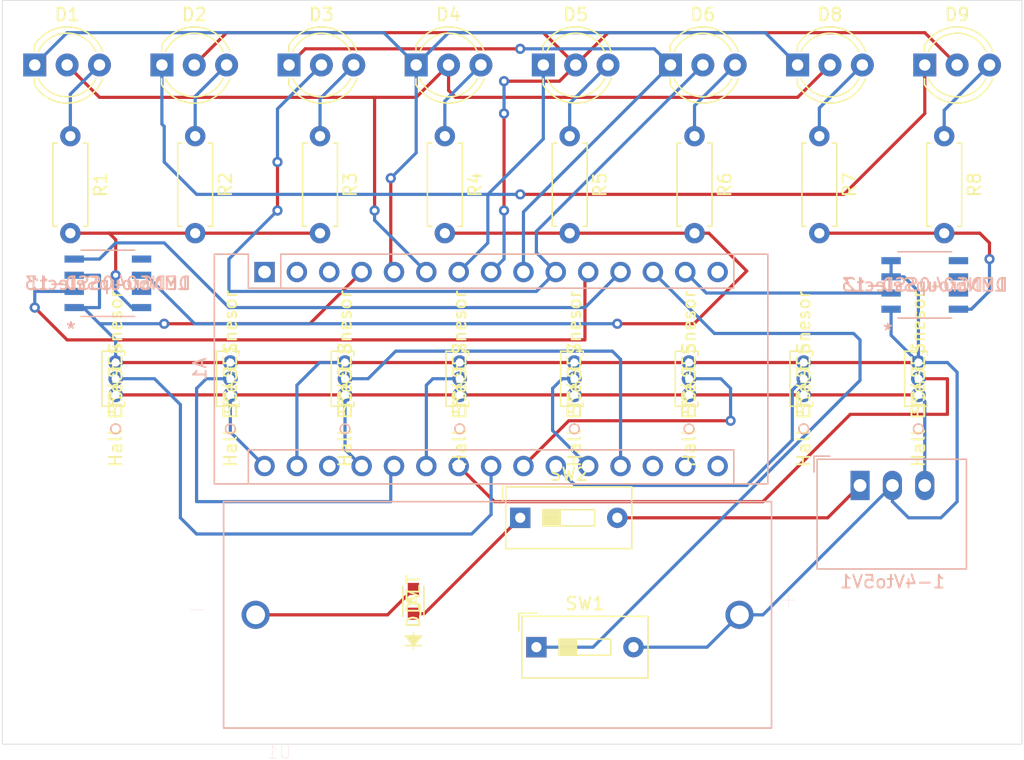
<source format=kicad_pcb>
(kicad_pcb (version 20171130) (host pcbnew "(5.1.10)-1")

  (general
    (thickness 1.6)
    (drawings 4)
    (tracks 239)
    (zones 0)
    (modules 32)
    (nets 35)
  )

  (page A4)
  (layers
    (0 F.Cu signal)
    (31 B.Cu signal)
    (32 B.Adhes user)
    (33 F.Adhes user)
    (34 B.Paste user)
    (35 F.Paste user)
    (36 B.SilkS user)
    (37 F.SilkS user)
    (38 B.Mask user)
    (39 F.Mask user)
    (40 Dwgs.User user)
    (41 Cmts.User user)
    (42 Eco1.User user)
    (43 Eco2.User user)
    (44 Edge.Cuts user)
    (45 Margin user)
    (46 B.CrtYd user)
    (47 F.CrtYd user)
    (48 B.Fab user)
    (49 F.Fab user)
  )

  (setup
    (last_trace_width 0.25)
    (trace_clearance 0.2)
    (zone_clearance 0.508)
    (zone_45_only no)
    (trace_min 0.2)
    (via_size 0.8)
    (via_drill 0.4)
    (via_min_size 0.4)
    (via_min_drill 0.3)
    (uvia_size 0.3)
    (uvia_drill 0.1)
    (uvias_allowed no)
    (uvia_min_size 0.2)
    (uvia_min_drill 0.1)
    (edge_width 0.05)
    (segment_width 0.2)
    (pcb_text_width 0.3)
    (pcb_text_size 1.5 1.5)
    (mod_edge_width 0.12)
    (mod_text_size 1 1)
    (mod_text_width 0.15)
    (pad_size 1.524 1.524)
    (pad_drill 0.762)
    (pad_to_mask_clearance 0)
    (aux_axis_origin 0 0)
    (visible_elements 7FFFFFFF)
    (pcbplotparams
      (layerselection 0x010fc_ffffffff)
      (usegerberextensions true)
      (usegerberattributes false)
      (usegerberadvancedattributes false)
      (creategerberjobfile false)
      (excludeedgelayer true)
      (linewidth 0.100000)
      (plotframeref false)
      (viasonmask false)
      (mode 1)
      (useauxorigin false)
      (hpglpennumber 1)
      (hpglpenspeed 20)
      (hpglpendiameter 15.000000)
      (psnegative false)
      (psa4output false)
      (plotreference true)
      (plotvalue true)
      (plotinvisibletext false)
      (padsonsilk true)
      (subtractmaskfromsilk false)
      (outputformat 1)
      (mirror false)
      (drillshape 0)
      (scaleselection 1)
      (outputdirectory ""))
  )

  (net 0 "")
  (net 1 "Net-(1-4Vto5V1-Pad1)")
  (net 2 GND)
  (net 3 5V)
  (net 4 A0)
  (net 5 A1)
  (net 6 D2)
  (net 7 A2)
  (net 8 D3)
  (net 9 A3)
  (net 10 D4)
  (net 11 A4)
  (net 12 D5)
  (net 13 A5)
  (net 14 D6)
  (net 15 A6)
  (net 16 D7)
  (net 17 A7)
  (net 18 D8)
  (net 19 D9)
  (net 20 D10)
  (net 21 D11)
  (net 22 "Net-(D1-Pad3)")
  (net 23 "Net-(D2-Pad3)")
  (net 24 "Net-(D3-Pad3)")
  (net 25 "Net-(D4-Pad3)")
  (net 26 "Net-(D5-Pad3)")
  (net 27 "Net-(D6-Pad3)")
  (net 28 "Net-(D7-Pad2)")
  (net 29 "Net-(D7-Pad1)")
  (net 30 "Net-(D8-Pad3)")
  (net 31 "Net-(D9-Pad3)")
  (net 32 "Net-(LEDGroupSelect1-Pad6)")
  (net 33 "Net-(LEDGroupSelect1-Pad8)")
  (net 34 "Net-(LEDGroupSelect2-Pad8)")

  (net_class Default "This is the default net class."
    (clearance 0.2)
    (trace_width 0.25)
    (via_dia 0.8)
    (via_drill 0.4)
    (uvia_dia 0.3)
    (uvia_drill 0.1)
    (add_net 5V)
    (add_net A0)
    (add_net A1)
    (add_net A2)
    (add_net A3)
    (add_net A4)
    (add_net A5)
    (add_net A6)
    (add_net A7)
    (add_net D10)
    (add_net D11)
    (add_net D2)
    (add_net D3)
    (add_net D4)
    (add_net D5)
    (add_net D6)
    (add_net D7)
    (add_net D8)
    (add_net D9)
    (add_net GND)
    (add_net "Net-(1-4Vto5V1-Pad1)")
    (add_net "Net-(D1-Pad3)")
    (add_net "Net-(D2-Pad3)")
    (add_net "Net-(D3-Pad3)")
    (add_net "Net-(D4-Pad3)")
    (add_net "Net-(D5-Pad3)")
    (add_net "Net-(D6-Pad3)")
    (add_net "Net-(D7-Pad1)")
    (add_net "Net-(D7-Pad2)")
    (add_net "Net-(D8-Pad3)")
    (add_net "Net-(D9-Pad3)")
    (add_net "Net-(LEDGroupSelect1-Pad6)")
    (add_net "Net-(LEDGroupSelect1-Pad8)")
    (add_net "Net-(LEDGroupSelect2-Pad8)")
  )

  (module Converter_DCDC:Converter_DCDC_RECOM_R-78E-0.5_THT (layer B.Cu) (tedit 5B741BB0) (tstamp 60CC619F)
    (at 172.72 101.6)
    (descr "DCDC-Converter, RECOM, RECOM_R-78E-0.5, SIP-3, pitch 2.54mm, package size 11.6x8.5x10.4mm^3, https://www.recom-power.com/pdf/Innoline/R-78Exx-0.5.pdf")
    (tags "dc-dc recom buck sip-3 pitch 2.54mm")
    (path /60DF1566)
    (fp_text reference 1-4Vto5V1 (at 2.54 7.56) (layer B.SilkS)
      (effects (font (size 1 1) (thickness 0.15)) (justify mirror))
    )
    (fp_text value StepUpConverter (at 2.54 -3) (layer B.Fab)
      (effects (font (size 1 1) (thickness 0.15)) (justify mirror))
    )
    (fp_line (start 8.54 6.75) (end -3.57 6.75) (layer B.CrtYd) (width 0.05))
    (fp_line (start 8.54 -2.25) (end 8.54 6.75) (layer B.CrtYd) (width 0.05))
    (fp_line (start -3.57 -2.25) (end 8.54 -2.25) (layer B.CrtYd) (width 0.05))
    (fp_line (start -3.57 6.75) (end -3.57 -2.25) (layer B.CrtYd) (width 0.05))
    (fp_line (start -3.611 -2.3) (end -2.371 -2.3) (layer B.SilkS) (width 0.12))
    (fp_line (start -3.611 -1.06) (end -3.611 -2.3) (layer B.SilkS) (width 0.12))
    (fp_line (start 8.35 6.56) (end 8.35 -2.06) (layer B.SilkS) (width 0.12))
    (fp_line (start -3.371 6.56) (end -3.371 -2.06) (layer B.SilkS) (width 0.12))
    (fp_line (start -3.371 -2.06) (end 8.35 -2.06) (layer B.SilkS) (width 0.12))
    (fp_line (start -3.371 6.56) (end 8.35 6.56) (layer B.SilkS) (width 0.12))
    (fp_line (start -3.31 -1) (end -3.31 6.5) (layer B.Fab) (width 0.1))
    (fp_line (start -2.31 -2) (end -3.31 -1) (layer B.Fab) (width 0.1))
    (fp_line (start 8.29 -2) (end -2.31 -2) (layer B.Fab) (width 0.1))
    (fp_line (start 8.29 6.5) (end 8.29 -2) (layer B.Fab) (width 0.1))
    (fp_line (start -3.31 6.5) (end 8.29 6.5) (layer B.Fab) (width 0.1))
    (fp_text user %R (at 2.54 2.25) (layer B.Fab)
      (effects (font (size 1 1) (thickness 0.15)) (justify mirror))
    )
    (pad 3 thru_hole oval (at 5.08 0) (size 1.5 2.3) (drill 1) (layers *.Cu *.Mask)
      (net 3 5V))
    (pad 2 thru_hole oval (at 2.54 0) (size 1.5 2.3) (drill 1) (layers *.Cu *.Mask)
      (net 2 GND))
    (pad 1 thru_hole rect (at 0 0) (size 1.5 2.3) (drill 1) (layers *.Cu *.Mask)
      (net 1 "Net-(1-4Vto5V1-Pad1)"))
    (model ${KISYS3DMOD}/Converter_DCDC.3dshapes/Converter_DCDC_RECOM_R-78E-0.5_THT.wrl
      (at (xyz 0 0 0))
      (scale (xyz 1 1 1))
      (rotate (xyz 0 0 0))
    )
  )

  (module 8MagnetTester4Filter:BAT_BH123A (layer B.Cu) (tedit 60CBF877) (tstamp 60CC6599)
    (at 144.272 111.76)
    (path /60E21D2F)
    (fp_text reference U1 (at -17.145 10.795) (layer B.SilkS)
      (effects (font (size 1 1) (thickness 0.015)) (justify mirror))
    )
    (fp_text value BatteryHolder (at -13.97 -10.795) (layer B.Fab)
      (effects (font (size 1 1) (thickness 0.015)) (justify mirror))
    )
    (fp_line (start -21.5 8.89) (end 21.5 8.89) (layer B.Fab) (width 0.127))
    (fp_line (start 21.5 8.89) (end 21.5 -8.89) (layer B.Fab) (width 0.127))
    (fp_line (start 21.5 -8.89) (end -21.5 -8.89) (layer B.Fab) (width 0.127))
    (fp_line (start -21.5 -8.89) (end -21.5 8.89) (layer B.Fab) (width 0.127))
    (fp_line (start -21.5 8.89) (end 21.5 8.89) (layer B.SilkS) (width 0.127))
    (fp_line (start -21.5 -8.89) (end -21.5 8.89) (layer B.SilkS) (width 0.127))
    (fp_line (start 21.5 -8.89) (end -21.5 -8.89) (layer B.SilkS) (width 0.127))
    (fp_line (start 21.5 8.89) (end 21.5 -8.89) (layer B.SilkS) (width 0.127))
    (fp_line (start -21.75 9.14) (end 21.75 9.14) (layer B.CrtYd) (width 0.05))
    (fp_line (start 21.75 9.14) (end 21.75 -9.14) (layer B.CrtYd) (width 0.05))
    (fp_line (start 21.75 -9.14) (end -21.75 -9.14) (layer B.CrtYd) (width 0.05))
    (fp_line (start -21.75 -9.14) (end -21.75 9.14) (layer B.CrtYd) (width 0.05))
    (fp_text user - (at -23.622 -0.508) (layer B.Fab)
      (effects (font (size 1.4 1.4) (thickness 0.015)) (justify mirror))
    )
    (fp_text user - (at -23.622 -0.508) (layer B.SilkS)
      (effects (font (size 1.4 1.4) (thickness 0.015)) (justify mirror))
    )
    (fp_text user + (at 22.86 -1.27) (layer B.Fab)
      (effects (font (size 1.4 1.4) (thickness 0.015)) (justify mirror))
    )
    (fp_text user + (at 22.86 -1.27) (layer B.SilkS)
      (effects (font (size 1.4 1.4) (thickness 0.015)) (justify mirror))
    )
    (pad None np_thru_hole circle (at 19.58 -6.37) (size 1.27 1.27) (drill 1.27) (layers *.Cu *.Mask))
    (pad 2 thru_hole circle (at 18.985 0) (size 2.205 2.205) (drill 1.47) (layers *.Cu *.Mask)
      (net 2 GND))
    (pad 1 thru_hole circle (at -18.985 0) (size 2.205 2.205) (drill 1.47) (layers *.Cu *.Mask)
      (net 28 "Net-(D7-Pad2)"))
  )

  (module LED_THT:LED_D5.0mm-3 (layer F.Cu) (tedit 587A3A7B) (tstamp 60CC62B4)
    (at 177.8 68.58)
    (descr "LED, diameter 5.0mm, 2 pins, diameter 5.0mm, 3 pins, http://www.kingbright.com/attachments/file/psearch/000/00/00/L-59EGC(Ver.17A).pdf")
    (tags "LED diameter 5.0mm 2 pins diameter 5.0mm 3 pins")
    (path /60CD8E4A)
    (fp_text reference D9 (at 2.54 -3.96) (layer F.SilkS)
      (effects (font (size 1 1) (thickness 0.15)))
    )
    (fp_text value LED_Dual_AAC (at 2.54 3.96) (layer F.Fab)
      (effects (font (size 1 1) (thickness 0.15)))
    )
    (fp_arc (start 2.54 0) (end 0.04 -1.469694) (angle 299.1) (layer F.Fab) (width 0.1))
    (fp_arc (start 2.54 0) (end -0.02 -1.54483) (angle 127.7) (layer F.SilkS) (width 0.12))
    (fp_arc (start 2.54 0) (end -0.02 1.54483) (angle -127.7) (layer F.SilkS) (width 0.12))
    (fp_arc (start 2.54 0) (end 0.285316 -1.08) (angle 128.8) (layer F.SilkS) (width 0.12))
    (fp_arc (start 2.54 0) (end 0.285316 1.08) (angle -128.8) (layer F.SilkS) (width 0.12))
    (fp_circle (center 2.54 0) (end 5.04 0) (layer F.Fab) (width 0.1))
    (fp_line (start 0.04 -1.469694) (end 0.04 1.469694) (layer F.Fab) (width 0.1))
    (fp_line (start -0.02 -1.545) (end -0.02 -1.08) (layer F.SilkS) (width 0.12))
    (fp_line (start -0.02 1.08) (end -0.02 1.545) (layer F.SilkS) (width 0.12))
    (fp_line (start -1.15 -3.25) (end -1.15 3.25) (layer F.CrtYd) (width 0.05))
    (fp_line (start -1.15 3.25) (end 6.25 3.25) (layer F.CrtYd) (width 0.05))
    (fp_line (start 6.25 3.25) (end 6.25 -3.25) (layer F.CrtYd) (width 0.05))
    (fp_line (start 6.25 -3.25) (end -1.15 -3.25) (layer F.CrtYd) (width 0.05))
    (pad 1 thru_hole rect (at 0 0) (size 1.8 1.8) (drill 0.9) (layers *.Cu *.Mask)
      (net 10 D4))
    (pad 2 thru_hole circle (at 2.54 0) (size 1.8 1.8) (drill 0.9) (layers *.Cu *.Mask)
      (net 12 D5))
    (pad 3 thru_hole circle (at 5.08 0) (size 1.8 1.8) (drill 0.9) (layers *.Cu *.Mask)
      (net 31 "Net-(D9-Pad3)"))
    (model ${KISYS3DMOD}/LED_THT.3dshapes/LED_D5.0mm-3.wrl
      (at (xyz 0 0 0))
      (scale (xyz 1 1 1))
      (rotate (xyz 0 0 0))
    )
  )

  (module Module:Arduino_Nano (layer B.Cu) (tedit 58ACAF70) (tstamp 60CC61DC)
    (at 125.984 84.836 270)
    (descr "Arduino Nano, http://www.mouser.com/pdfdocs/Gravitech_Arduino_Nano3_0.pdf")
    (tags "Arduino Nano")
    (path /60CB9367)
    (fp_text reference A1 (at 7.62 5.08 270) (layer B.SilkS)
      (effects (font (size 1 1) (thickness 0.15)) (justify mirror))
    )
    (fp_text value Arduino_Nano_v2.x (at 8.89 -19.05) (layer B.Fab)
      (effects (font (size 1 1) (thickness 0.15)) (justify mirror))
    )
    (fp_line (start 1.27 -1.27) (end 1.27 1.27) (layer B.SilkS) (width 0.12))
    (fp_line (start 1.27 1.27) (end -1.4 1.27) (layer B.SilkS) (width 0.12))
    (fp_line (start -1.4 -1.27) (end -1.4 -39.5) (layer B.SilkS) (width 0.12))
    (fp_line (start -1.4 3.94) (end -1.4 1.27) (layer B.SilkS) (width 0.12))
    (fp_line (start 13.97 1.27) (end 16.64 1.27) (layer B.SilkS) (width 0.12))
    (fp_line (start 13.97 1.27) (end 13.97 -36.83) (layer B.SilkS) (width 0.12))
    (fp_line (start 13.97 -36.83) (end 16.64 -36.83) (layer B.SilkS) (width 0.12))
    (fp_line (start 1.27 -1.27) (end -1.4 -1.27) (layer B.SilkS) (width 0.12))
    (fp_line (start 1.27 -1.27) (end 1.27 -36.83) (layer B.SilkS) (width 0.12))
    (fp_line (start 1.27 -36.83) (end -1.4 -36.83) (layer B.SilkS) (width 0.12))
    (fp_line (start 3.81 -31.75) (end 11.43 -31.75) (layer B.Fab) (width 0.1))
    (fp_line (start 11.43 -31.75) (end 11.43 -41.91) (layer B.Fab) (width 0.1))
    (fp_line (start 11.43 -41.91) (end 3.81 -41.91) (layer B.Fab) (width 0.1))
    (fp_line (start 3.81 -41.91) (end 3.81 -31.75) (layer B.Fab) (width 0.1))
    (fp_line (start -1.4 -39.5) (end 16.64 -39.5) (layer B.SilkS) (width 0.12))
    (fp_line (start 16.64 -39.5) (end 16.64 3.94) (layer B.SilkS) (width 0.12))
    (fp_line (start 16.64 3.94) (end -1.4 3.94) (layer B.SilkS) (width 0.12))
    (fp_line (start 16.51 -39.37) (end -1.27 -39.37) (layer B.Fab) (width 0.1))
    (fp_line (start -1.27 -39.37) (end -1.27 2.54) (layer B.Fab) (width 0.1))
    (fp_line (start -1.27 2.54) (end 0 3.81) (layer B.Fab) (width 0.1))
    (fp_line (start 0 3.81) (end 16.51 3.81) (layer B.Fab) (width 0.1))
    (fp_line (start 16.51 3.81) (end 16.51 -39.37) (layer B.Fab) (width 0.1))
    (fp_line (start -1.53 4.06) (end 16.75 4.06) (layer B.CrtYd) (width 0.05))
    (fp_line (start -1.53 4.06) (end -1.53 -42.16) (layer B.CrtYd) (width 0.05))
    (fp_line (start 16.75 -42.16) (end 16.75 4.06) (layer B.CrtYd) (width 0.05))
    (fp_line (start 16.75 -42.16) (end -1.53 -42.16) (layer B.CrtYd) (width 0.05))
    (fp_text user %R (at 6.35 -19.05) (layer B.Fab)
      (effects (font (size 1 1) (thickness 0.15)) (justify mirror))
    )
    (pad 1 thru_hole rect (at 0 0 270) (size 1.6 1.6) (drill 1) (layers *.Cu *.Mask))
    (pad 17 thru_hole oval (at 15.24 -33.02 270) (size 1.6 1.6) (drill 1) (layers *.Cu *.Mask))
    (pad 2 thru_hole oval (at 0 -2.54 270) (size 1.6 1.6) (drill 1) (layers *.Cu *.Mask))
    (pad 18 thru_hole oval (at 15.24 -30.48 270) (size 1.6 1.6) (drill 1) (layers *.Cu *.Mask))
    (pad 3 thru_hole oval (at 0 -5.08 270) (size 1.6 1.6) (drill 1) (layers *.Cu *.Mask))
    (pad 19 thru_hole oval (at 15.24 -27.94 270) (size 1.6 1.6) (drill 1) (layers *.Cu *.Mask)
      (net 4 A0))
    (pad 4 thru_hole oval (at 0 -7.62 270) (size 1.6 1.6) (drill 1) (layers *.Cu *.Mask)
      (net 2 GND))
    (pad 20 thru_hole oval (at 15.24 -25.4 270) (size 1.6 1.6) (drill 1) (layers *.Cu *.Mask)
      (net 5 A1))
    (pad 5 thru_hole oval (at 0 -10.16 270) (size 1.6 1.6) (drill 1) (layers *.Cu *.Mask)
      (net 6 D2))
    (pad 21 thru_hole oval (at 15.24 -22.86 270) (size 1.6 1.6) (drill 1) (layers *.Cu *.Mask)
      (net 7 A2))
    (pad 6 thru_hole oval (at 0 -12.7 270) (size 1.6 1.6) (drill 1) (layers *.Cu *.Mask)
      (net 8 D3))
    (pad 22 thru_hole oval (at 15.24 -20.32 270) (size 1.6 1.6) (drill 1) (layers *.Cu *.Mask)
      (net 9 A3))
    (pad 7 thru_hole oval (at 0 -15.24 270) (size 1.6 1.6) (drill 1) (layers *.Cu *.Mask)
      (net 10 D4))
    (pad 23 thru_hole oval (at 15.24 -17.78 270) (size 1.6 1.6) (drill 1) (layers *.Cu *.Mask)
      (net 11 A4))
    (pad 8 thru_hole oval (at 0 -17.78 270) (size 1.6 1.6) (drill 1) (layers *.Cu *.Mask)
      (net 12 D5))
    (pad 24 thru_hole oval (at 15.24 -15.24 270) (size 1.6 1.6) (drill 1) (layers *.Cu *.Mask)
      (net 13 A5))
    (pad 9 thru_hole oval (at 0 -20.32 270) (size 1.6 1.6) (drill 1) (layers *.Cu *.Mask)
      (net 14 D6))
    (pad 25 thru_hole oval (at 15.24 -12.7 270) (size 1.6 1.6) (drill 1) (layers *.Cu *.Mask)
      (net 15 A6))
    (pad 10 thru_hole oval (at 0 -22.86 270) (size 1.6 1.6) (drill 1) (layers *.Cu *.Mask)
      (net 16 D7))
    (pad 26 thru_hole oval (at 15.24 -10.16 270) (size 1.6 1.6) (drill 1) (layers *.Cu *.Mask)
      (net 17 A7))
    (pad 11 thru_hole oval (at 0 -25.4 270) (size 1.6 1.6) (drill 1) (layers *.Cu *.Mask)
      (net 18 D8))
    (pad 27 thru_hole oval (at 15.24 -7.62 270) (size 1.6 1.6) (drill 1) (layers *.Cu *.Mask)
      (net 3 5V))
    (pad 12 thru_hole oval (at 0 -27.94 270) (size 1.6 1.6) (drill 1) (layers *.Cu *.Mask)
      (net 19 D9))
    (pad 28 thru_hole oval (at 15.24 -5.08 270) (size 1.6 1.6) (drill 1) (layers *.Cu *.Mask))
    (pad 13 thru_hole oval (at 0 -30.48 270) (size 1.6 1.6) (drill 1) (layers *.Cu *.Mask)
      (net 20 D10))
    (pad 29 thru_hole oval (at 15.24 -2.54 270) (size 1.6 1.6) (drill 1) (layers *.Cu *.Mask)
      (net 2 GND))
    (pad 14 thru_hole oval (at 0 -33.02 270) (size 1.6 1.6) (drill 1) (layers *.Cu *.Mask)
      (net 21 D11))
    (pad 30 thru_hole oval (at 15.24 0 270) (size 1.6 1.6) (drill 1) (layers *.Cu *.Mask)
      (net 3 5V))
    (pad 15 thru_hole oval (at 0 -35.56 270) (size 1.6 1.6) (drill 1) (layers *.Cu *.Mask))
    (pad 16 thru_hole oval (at 15.24 -35.56 270) (size 1.6 1.6) (drill 1) (layers *.Cu *.Mask))
    (model ${KISYS3DMOD}/Module.3dshapes/Arduino_Nano_WithMountingHoles.wrl
      (at (xyz 0 0 0))
      (scale (xyz 1 1 1))
      (rotate (xyz 0 0 0))
    )
  )

  (module LED_THT:LED_D5.0mm-3 (layer F.Cu) (tedit 587A3A7B) (tstamp 60CC61F0)
    (at 107.95 68.58)
    (descr "LED, diameter 5.0mm, 2 pins, diameter 5.0mm, 3 pins, http://www.kingbright.com/attachments/file/psearch/000/00/00/L-59EGC(Ver.17A).pdf")
    (tags "LED diameter 5.0mm 2 pins diameter 5.0mm 3 pins")
    (path /60CD40AD)
    (fp_text reference D1 (at 2.54 -3.96) (layer F.SilkS)
      (effects (font (size 1 1) (thickness 0.15)))
    )
    (fp_text value LED_Dual_AAC (at 2.54 3.96) (layer F.Fab)
      (effects (font (size 1 1) (thickness 0.15)))
    )
    (fp_arc (start 2.54 0) (end 0.04 -1.469694) (angle 299.1) (layer F.Fab) (width 0.1))
    (fp_arc (start 2.54 0) (end -0.02 -1.54483) (angle 127.7) (layer F.SilkS) (width 0.12))
    (fp_arc (start 2.54 0) (end -0.02 1.54483) (angle -127.7) (layer F.SilkS) (width 0.12))
    (fp_arc (start 2.54 0) (end 0.285316 -1.08) (angle 128.8) (layer F.SilkS) (width 0.12))
    (fp_arc (start 2.54 0) (end 0.285316 1.08) (angle -128.8) (layer F.SilkS) (width 0.12))
    (fp_circle (center 2.54 0) (end 5.04 0) (layer F.Fab) (width 0.1))
    (fp_line (start 0.04 -1.469694) (end 0.04 1.469694) (layer F.Fab) (width 0.1))
    (fp_line (start -0.02 -1.545) (end -0.02 -1.08) (layer F.SilkS) (width 0.12))
    (fp_line (start -0.02 1.08) (end -0.02 1.545) (layer F.SilkS) (width 0.12))
    (fp_line (start -1.15 -3.25) (end -1.15 3.25) (layer F.CrtYd) (width 0.05))
    (fp_line (start -1.15 3.25) (end 6.25 3.25) (layer F.CrtYd) (width 0.05))
    (fp_line (start 6.25 3.25) (end 6.25 -3.25) (layer F.CrtYd) (width 0.05))
    (fp_line (start 6.25 -3.25) (end -1.15 -3.25) (layer F.CrtYd) (width 0.05))
    (pad 1 thru_hole rect (at 0 0) (size 1.8 1.8) (drill 0.9) (layers *.Cu *.Mask)
      (net 6 D2))
    (pad 2 thru_hole circle (at 2.54 0) (size 1.8 1.8) (drill 0.9) (layers *.Cu *.Mask)
      (net 8 D3))
    (pad 3 thru_hole circle (at 5.08 0) (size 1.8 1.8) (drill 0.9) (layers *.Cu *.Mask)
      (net 22 "Net-(D1-Pad3)"))
    (model ${KISYS3DMOD}/LED_THT.3dshapes/LED_D5.0mm-3.wrl
      (at (xyz 0 0 0))
      (scale (xyz 1 1 1))
      (rotate (xyz 0 0 0))
    )
  )

  (module LED_THT:LED_D5.0mm-3 (layer F.Cu) (tedit 587A3A7B) (tstamp 60CC6204)
    (at 117.928571 68.58)
    (descr "LED, diameter 5.0mm, 2 pins, diameter 5.0mm, 3 pins, http://www.kingbright.com/attachments/file/psearch/000/00/00/L-59EGC(Ver.17A).pdf")
    (tags "LED diameter 5.0mm 2 pins diameter 5.0mm 3 pins")
    (path /60CD4D0F)
    (fp_text reference D2 (at 2.54 -3.96) (layer F.SilkS)
      (effects (font (size 1 1) (thickness 0.15)))
    )
    (fp_text value LED_Dual_AAC (at 2.54 3.96) (layer F.Fab)
      (effects (font (size 1 1) (thickness 0.15)))
    )
    (fp_arc (start 2.54 0) (end 0.285316 1.08) (angle -128.8) (layer F.SilkS) (width 0.12))
    (fp_arc (start 2.54 0) (end 0.285316 -1.08) (angle 128.8) (layer F.SilkS) (width 0.12))
    (fp_arc (start 2.54 0) (end -0.02 1.54483) (angle -127.7) (layer F.SilkS) (width 0.12))
    (fp_arc (start 2.54 0) (end -0.02 -1.54483) (angle 127.7) (layer F.SilkS) (width 0.12))
    (fp_arc (start 2.54 0) (end 0.04 -1.469694) (angle 299.1) (layer F.Fab) (width 0.1))
    (fp_line (start 6.25 -3.25) (end -1.15 -3.25) (layer F.CrtYd) (width 0.05))
    (fp_line (start 6.25 3.25) (end 6.25 -3.25) (layer F.CrtYd) (width 0.05))
    (fp_line (start -1.15 3.25) (end 6.25 3.25) (layer F.CrtYd) (width 0.05))
    (fp_line (start -1.15 -3.25) (end -1.15 3.25) (layer F.CrtYd) (width 0.05))
    (fp_line (start -0.02 1.08) (end -0.02 1.545) (layer F.SilkS) (width 0.12))
    (fp_line (start -0.02 -1.545) (end -0.02 -1.08) (layer F.SilkS) (width 0.12))
    (fp_line (start 0.04 -1.469694) (end 0.04 1.469694) (layer F.Fab) (width 0.1))
    (fp_circle (center 2.54 0) (end 5.04 0) (layer F.Fab) (width 0.1))
    (pad 3 thru_hole circle (at 5.08 0) (size 1.8 1.8) (drill 0.9) (layers *.Cu *.Mask)
      (net 23 "Net-(D2-Pad3)"))
    (pad 2 thru_hole circle (at 2.54 0) (size 1.8 1.8) (drill 0.9) (layers *.Cu *.Mask)
      (net 12 D5))
    (pad 1 thru_hole rect (at 0 0) (size 1.8 1.8) (drill 0.9) (layers *.Cu *.Mask)
      (net 10 D4))
    (model ${KISYS3DMOD}/LED_THT.3dshapes/LED_D5.0mm-3.wrl
      (at (xyz 0 0 0))
      (scale (xyz 1 1 1))
      (rotate (xyz 0 0 0))
    )
  )

  (module LED_THT:LED_D5.0mm-3 (layer F.Cu) (tedit 587A3A7B) (tstamp 60CC6218)
    (at 127.907142 68.58)
    (descr "LED, diameter 5.0mm, 2 pins, diameter 5.0mm, 3 pins, http://www.kingbright.com/attachments/file/psearch/000/00/00/L-59EGC(Ver.17A).pdf")
    (tags "LED diameter 5.0mm 2 pins diameter 5.0mm 3 pins")
    (path /60CD6ECD)
    (fp_text reference D3 (at 2.54 -3.96) (layer F.SilkS)
      (effects (font (size 1 1) (thickness 0.15)))
    )
    (fp_text value LED_Dual_AAC (at 2.54 3.96) (layer F.Fab)
      (effects (font (size 1 1) (thickness 0.15)))
    )
    (fp_arc (start 2.54 0) (end 0.04 -1.469694) (angle 299.1) (layer F.Fab) (width 0.1))
    (fp_arc (start 2.54 0) (end -0.02 -1.54483) (angle 127.7) (layer F.SilkS) (width 0.12))
    (fp_arc (start 2.54 0) (end -0.02 1.54483) (angle -127.7) (layer F.SilkS) (width 0.12))
    (fp_arc (start 2.54 0) (end 0.285316 -1.08) (angle 128.8) (layer F.SilkS) (width 0.12))
    (fp_arc (start 2.54 0) (end 0.285316 1.08) (angle -128.8) (layer F.SilkS) (width 0.12))
    (fp_circle (center 2.54 0) (end 5.04 0) (layer F.Fab) (width 0.1))
    (fp_line (start 0.04 -1.469694) (end 0.04 1.469694) (layer F.Fab) (width 0.1))
    (fp_line (start -0.02 -1.545) (end -0.02 -1.08) (layer F.SilkS) (width 0.12))
    (fp_line (start -0.02 1.08) (end -0.02 1.545) (layer F.SilkS) (width 0.12))
    (fp_line (start -1.15 -3.25) (end -1.15 3.25) (layer F.CrtYd) (width 0.05))
    (fp_line (start -1.15 3.25) (end 6.25 3.25) (layer F.CrtYd) (width 0.05))
    (fp_line (start 6.25 3.25) (end 6.25 -3.25) (layer F.CrtYd) (width 0.05))
    (fp_line (start 6.25 -3.25) (end -1.15 -3.25) (layer F.CrtYd) (width 0.05))
    (pad 1 thru_hole rect (at 0 0) (size 1.8 1.8) (drill 0.9) (layers *.Cu *.Mask)
      (net 14 D6))
    (pad 2 thru_hole circle (at 2.54 0) (size 1.8 1.8) (drill 0.9) (layers *.Cu *.Mask)
      (net 16 D7))
    (pad 3 thru_hole circle (at 5.08 0) (size 1.8 1.8) (drill 0.9) (layers *.Cu *.Mask)
      (net 24 "Net-(D3-Pad3)"))
    (model ${KISYS3DMOD}/LED_THT.3dshapes/LED_D5.0mm-3.wrl
      (at (xyz 0 0 0))
      (scale (xyz 1 1 1))
      (rotate (xyz 0 0 0))
    )
  )

  (module LED_THT:LED_D5.0mm-3 (layer F.Cu) (tedit 587A3A7B) (tstamp 60CC622C)
    (at 137.885713 68.58)
    (descr "LED, diameter 5.0mm, 2 pins, diameter 5.0mm, 3 pins, http://www.kingbright.com/attachments/file/psearch/000/00/00/L-59EGC(Ver.17A).pdf")
    (tags "LED diameter 5.0mm 2 pins diameter 5.0mm 3 pins")
    (path /60CD71D1)
    (fp_text reference D4 (at 2.54 -3.96) (layer F.SilkS)
      (effects (font (size 1 1) (thickness 0.15)))
    )
    (fp_text value LED_Dual_AAC (at 2.54 3.96) (layer F.Fab)
      (effects (font (size 1 1) (thickness 0.15)))
    )
    (fp_arc (start 2.54 0) (end 0.285316 1.08) (angle -128.8) (layer F.SilkS) (width 0.12))
    (fp_arc (start 2.54 0) (end 0.285316 -1.08) (angle 128.8) (layer F.SilkS) (width 0.12))
    (fp_arc (start 2.54 0) (end -0.02 1.54483) (angle -127.7) (layer F.SilkS) (width 0.12))
    (fp_arc (start 2.54 0) (end -0.02 -1.54483) (angle 127.7) (layer F.SilkS) (width 0.12))
    (fp_arc (start 2.54 0) (end 0.04 -1.469694) (angle 299.1) (layer F.Fab) (width 0.1))
    (fp_line (start 6.25 -3.25) (end -1.15 -3.25) (layer F.CrtYd) (width 0.05))
    (fp_line (start 6.25 3.25) (end 6.25 -3.25) (layer F.CrtYd) (width 0.05))
    (fp_line (start -1.15 3.25) (end 6.25 3.25) (layer F.CrtYd) (width 0.05))
    (fp_line (start -1.15 -3.25) (end -1.15 3.25) (layer F.CrtYd) (width 0.05))
    (fp_line (start -0.02 1.08) (end -0.02 1.545) (layer F.SilkS) (width 0.12))
    (fp_line (start -0.02 -1.545) (end -0.02 -1.08) (layer F.SilkS) (width 0.12))
    (fp_line (start 0.04 -1.469694) (end 0.04 1.469694) (layer F.Fab) (width 0.1))
    (fp_circle (center 2.54 0) (end 5.04 0) (layer F.Fab) (width 0.1))
    (pad 3 thru_hole circle (at 5.08 0) (size 1.8 1.8) (drill 0.9) (layers *.Cu *.Mask)
      (net 25 "Net-(D4-Pad3)"))
    (pad 2 thru_hole circle (at 2.54 0) (size 1.8 1.8) (drill 0.9) (layers *.Cu *.Mask)
      (net 8 D3))
    (pad 1 thru_hole rect (at 0 0) (size 1.8 1.8) (drill 0.9) (layers *.Cu *.Mask)
      (net 6 D2))
    (model ${KISYS3DMOD}/LED_THT.3dshapes/LED_D5.0mm-3.wrl
      (at (xyz 0 0 0))
      (scale (xyz 1 1 1))
      (rotate (xyz 0 0 0))
    )
  )

  (module LED_THT:LED_D5.0mm-3 (layer F.Cu) (tedit 587A3A7B) (tstamp 60CC6240)
    (at 147.864284 68.58)
    (descr "LED, diameter 5.0mm, 2 pins, diameter 5.0mm, 3 pins, http://www.kingbright.com/attachments/file/psearch/000/00/00/L-59EGC(Ver.17A).pdf")
    (tags "LED diameter 5.0mm 2 pins diameter 5.0mm 3 pins")
    (path /60CD7552)
    (fp_text reference D5 (at 2.54 -3.96) (layer F.SilkS)
      (effects (font (size 1 1) (thickness 0.15)))
    )
    (fp_text value LED_Dual_AAC (at 2.54 3.96) (layer F.Fab)
      (effects (font (size 1 1) (thickness 0.15)))
    )
    (fp_arc (start 2.54 0) (end 0.04 -1.469694) (angle 299.1) (layer F.Fab) (width 0.1))
    (fp_arc (start 2.54 0) (end -0.02 -1.54483) (angle 127.7) (layer F.SilkS) (width 0.12))
    (fp_arc (start 2.54 0) (end -0.02 1.54483) (angle -127.7) (layer F.SilkS) (width 0.12))
    (fp_arc (start 2.54 0) (end 0.285316 -1.08) (angle 128.8) (layer F.SilkS) (width 0.12))
    (fp_arc (start 2.54 0) (end 0.285316 1.08) (angle -128.8) (layer F.SilkS) (width 0.12))
    (fp_circle (center 2.54 0) (end 5.04 0) (layer F.Fab) (width 0.1))
    (fp_line (start 0.04 -1.469694) (end 0.04 1.469694) (layer F.Fab) (width 0.1))
    (fp_line (start -0.02 -1.545) (end -0.02 -1.08) (layer F.SilkS) (width 0.12))
    (fp_line (start -0.02 1.08) (end -0.02 1.545) (layer F.SilkS) (width 0.12))
    (fp_line (start -1.15 -3.25) (end -1.15 3.25) (layer F.CrtYd) (width 0.05))
    (fp_line (start -1.15 3.25) (end 6.25 3.25) (layer F.CrtYd) (width 0.05))
    (fp_line (start 6.25 3.25) (end 6.25 -3.25) (layer F.CrtYd) (width 0.05))
    (fp_line (start 6.25 -3.25) (end -1.15 -3.25) (layer F.CrtYd) (width 0.05))
    (pad 1 thru_hole rect (at 0 0) (size 1.8 1.8) (drill 0.9) (layers *.Cu *.Mask)
      (net 10 D4))
    (pad 2 thru_hole circle (at 2.54 0) (size 1.8 1.8) (drill 0.9) (layers *.Cu *.Mask)
      (net 12 D5))
    (pad 3 thru_hole circle (at 5.08 0) (size 1.8 1.8) (drill 0.9) (layers *.Cu *.Mask)
      (net 26 "Net-(D5-Pad3)"))
    (model ${KISYS3DMOD}/LED_THT.3dshapes/LED_D5.0mm-3.wrl
      (at (xyz 0 0 0))
      (scale (xyz 1 1 1))
      (rotate (xyz 0 0 0))
    )
  )

  (module LED_THT:LED_D5.0mm-3 (layer F.Cu) (tedit 587A3A7B) (tstamp 60CC6254)
    (at 157.842855 68.58)
    (descr "LED, diameter 5.0mm, 2 pins, diameter 5.0mm, 3 pins, http://www.kingbright.com/attachments/file/psearch/000/00/00/L-59EGC(Ver.17A).pdf")
    (tags "LED diameter 5.0mm 2 pins diameter 5.0mm 3 pins")
    (path /60CD75E0)
    (fp_text reference D6 (at 2.54 -3.96) (layer F.SilkS)
      (effects (font (size 1 1) (thickness 0.15)))
    )
    (fp_text value LED_Dual_AAC (at 2.54 3.96) (layer F.Fab)
      (effects (font (size 1 1) (thickness 0.15)))
    )
    (fp_arc (start 2.54 0) (end 0.285316 1.08) (angle -128.8) (layer F.SilkS) (width 0.12))
    (fp_arc (start 2.54 0) (end 0.285316 -1.08) (angle 128.8) (layer F.SilkS) (width 0.12))
    (fp_arc (start 2.54 0) (end -0.02 1.54483) (angle -127.7) (layer F.SilkS) (width 0.12))
    (fp_arc (start 2.54 0) (end -0.02 -1.54483) (angle 127.7) (layer F.SilkS) (width 0.12))
    (fp_arc (start 2.54 0) (end 0.04 -1.469694) (angle 299.1) (layer F.Fab) (width 0.1))
    (fp_line (start 6.25 -3.25) (end -1.15 -3.25) (layer F.CrtYd) (width 0.05))
    (fp_line (start 6.25 3.25) (end 6.25 -3.25) (layer F.CrtYd) (width 0.05))
    (fp_line (start -1.15 3.25) (end 6.25 3.25) (layer F.CrtYd) (width 0.05))
    (fp_line (start -1.15 -3.25) (end -1.15 3.25) (layer F.CrtYd) (width 0.05))
    (fp_line (start -0.02 1.08) (end -0.02 1.545) (layer F.SilkS) (width 0.12))
    (fp_line (start -0.02 -1.545) (end -0.02 -1.08) (layer F.SilkS) (width 0.12))
    (fp_line (start 0.04 -1.469694) (end 0.04 1.469694) (layer F.Fab) (width 0.1))
    (fp_circle (center 2.54 0) (end 5.04 0) (layer F.Fab) (width 0.1))
    (pad 3 thru_hole circle (at 5.08 0) (size 1.8 1.8) (drill 0.9) (layers *.Cu *.Mask)
      (net 27 "Net-(D6-Pad3)"))
    (pad 2 thru_hole circle (at 2.54 0) (size 1.8 1.8) (drill 0.9) (layers *.Cu *.Mask)
      (net 16 D7))
    (pad 1 thru_hole rect (at 0 0) (size 1.8 1.8) (drill 0.9) (layers *.Cu *.Mask)
      (net 14 D6))
    (model ${KISYS3DMOD}/LED_THT.3dshapes/LED_D5.0mm-3.wrl
      (at (xyz 0 0 0))
      (scale (xyz 1 1 1))
      (rotate (xyz 0 0 0))
    )
  )

  (module 8MagnetTester4Filter:SD0805S020S1R0 (layer F.Cu) (tedit 0) (tstamp 60CC628C)
    (at 137.668 110.69955 90)
    (path /60CF80F3)
    (fp_text reference D7 (at 0 0 90) (layer F.SilkS)
      (effects (font (size 1 1) (thickness 0.15)))
    )
    (fp_text value D_ALT (at 0 0 90) (layer F.SilkS)
      (effects (font (size 1 1) (thickness 0.15)))
    )
    (fp_text user "Copyright 2021 Accelerated Designs. All rights reserved." (at 0 0 90) (layer Cmts.User)
      (effects (font (size 0.127 0.127) (thickness 0.002)))
    )
    (fp_text user * (at 0 0 90) (layer F.SilkS)
      (effects (font (size 1 1) (thickness 0.15)))
    )
    (fp_text user * (at 0 0 90) (layer F.Fab)
      (effects (font (size 1 1) (thickness 0.15)))
    )
    (fp_line (start -1.3081 0.6985) (end -1.7018 0.6985) (layer F.CrtYd) (width 0.05))
    (fp_line (start -1.3081 0.9525) (end -1.3081 0.6985) (layer F.CrtYd) (width 0.05))
    (fp_line (start 1.3081 0.9525) (end -1.3081 0.9525) (layer F.CrtYd) (width 0.05))
    (fp_line (start 1.3081 0.6985) (end 1.3081 0.9525) (layer F.CrtYd) (width 0.05))
    (fp_line (start 1.7018 0.6985) (end 1.3081 0.6985) (layer F.CrtYd) (width 0.05))
    (fp_line (start 1.7018 -0.6985) (end 1.7018 0.6985) (layer F.CrtYd) (width 0.05))
    (fp_line (start 1.3081 -0.6985) (end 1.7018 -0.6985) (layer F.CrtYd) (width 0.05))
    (fp_line (start 1.3081 -0.9525) (end 1.3081 -0.6985) (layer F.CrtYd) (width 0.05))
    (fp_line (start -1.3081 -0.9525) (end 1.3081 -0.9525) (layer F.CrtYd) (width 0.05))
    (fp_line (start -1.3081 -0.6985) (end -1.3081 -0.9525) (layer F.CrtYd) (width 0.05))
    (fp_line (start -1.7018 -0.6985) (end -1.3081 -0.6985) (layer F.CrtYd) (width 0.05))
    (fp_line (start -1.7018 0.6985) (end -1.7018 -0.6985) (layer F.CrtYd) (width 0.05))
    (fp_line (start -1.0541 -0.6985) (end -1.0541 0.6985) (layer F.Fab) (width 0.1))
    (fp_line (start 1.0541 -0.6985) (end -1.0541 -0.6985) (layer F.Fab) (width 0.1))
    (fp_line (start 1.0541 0.6985) (end 1.0541 -0.6985) (layer F.Fab) (width 0.1))
    (fp_line (start -1.0541 0.6985) (end 1.0541 0.6985) (layer F.Fab) (width 0.1))
    (fp_line (start 1.1811 -0.8255) (end -1.1811 -0.8255) (layer F.SilkS) (width 0.12))
    (fp_line (start -1.1811 0.8255) (end 1.1811 0.8255) (layer F.SilkS) (width 0.12))
    (fp_line (start -2.7178 -0.635) (end -2.7178 0.635) (layer F.SilkS) (width 0.12))
    (fp_line (start -3.4798 0) (end -2.7178 0.127) (layer F.SilkS) (width 0.12))
    (fp_line (start -3.4798 0) (end -2.7178 0.254) (layer F.SilkS) (width 0.12))
    (fp_line (start -3.4798 0) (end -2.7178 0.381) (layer F.SilkS) (width 0.12))
    (fp_line (start -3.4798 0) (end -2.7178 0.508) (layer F.SilkS) (width 0.12))
    (fp_line (start -3.4798 0) (end -2.7178 0.635) (layer F.SilkS) (width 0.12))
    (fp_line (start -3.4798 0) (end -2.7178 -0.127) (layer F.SilkS) (width 0.12))
    (fp_line (start -3.4798 0) (end -2.7178 -0.254) (layer F.SilkS) (width 0.12))
    (fp_line (start -3.4798 0) (end -2.7178 -0.381) (layer F.SilkS) (width 0.12))
    (fp_line (start -3.4798 0) (end -2.7178 -0.508) (layer F.SilkS) (width 0.12))
    (fp_line (start -3.4798 0) (end -2.7178 -0.635) (layer F.SilkS) (width 0.12))
    (fp_line (start -3.4798 -0.635) (end -3.4798 0.635) (layer F.SilkS) (width 0.12))
    (fp_line (start -2.4638 0) (end -3.7338 0) (layer F.SilkS) (width 0.12))
    (fp_line (start -2.7178 -0.635) (end -2.7178 0.635) (layer F.Fab) (width 0.1))
    (fp_line (start -3.4798 0) (end -2.7178 0.127) (layer F.Fab) (width 0.1))
    (fp_line (start -3.4798 0) (end -2.7178 0.254) (layer F.Fab) (width 0.1))
    (fp_line (start -3.4798 0) (end -2.7178 0.381) (layer F.Fab) (width 0.1))
    (fp_line (start -3.4798 0) (end -2.7178 0.508) (layer F.Fab) (width 0.1))
    (fp_line (start -3.4798 0) (end -2.7178 0.635) (layer F.Fab) (width 0.1))
    (fp_line (start -3.4798 0) (end -2.7178 -0.127) (layer F.Fab) (width 0.1))
    (fp_line (start -3.4798 0) (end -2.7178 -0.254) (layer F.Fab) (width 0.1))
    (fp_line (start -3.4798 0) (end -2.7178 -0.381) (layer F.Fab) (width 0.1))
    (fp_line (start -3.4798 0) (end -2.7178 -0.508) (layer F.Fab) (width 0.1))
    (fp_line (start -3.4798 0) (end -2.7178 -0.635) (layer F.Fab) (width 0.1))
    (fp_line (start -3.4798 -0.635) (end -3.4798 0.635) (layer F.Fab) (width 0.1))
    (fp_line (start -2.4638 0) (end -3.7338 0) (layer F.Fab) (width 0.1))
    (pad 1 smd rect (at -0.97155 0 90) (size 0.9525 0.889) (layers F.Cu F.Paste F.Mask)
      (net 29 "Net-(D7-Pad1)"))
    (pad 2 smd rect (at 0.97155 0 90) (size 0.9525 0.889) (layers F.Cu F.Paste F.Mask)
      (net 28 "Net-(D7-Pad2)"))
  )

  (module LED_THT:LED_D5.0mm-3 (layer F.Cu) (tedit 587A3A7B) (tstamp 60CC62A0)
    (at 167.821426 68.58)
    (descr "LED, diameter 5.0mm, 2 pins, diameter 5.0mm, 3 pins, http://www.kingbright.com/attachments/file/psearch/000/00/00/L-59EGC(Ver.17A).pdf")
    (tags "LED diameter 5.0mm 2 pins diameter 5.0mm 3 pins")
    (path /60CD7835)
    (fp_text reference D8 (at 2.54 -3.96) (layer F.SilkS)
      (effects (font (size 1 1) (thickness 0.15)))
    )
    (fp_text value LED_Dual_AAC (at 2.54 3.96) (layer F.Fab)
      (effects (font (size 1 1) (thickness 0.15)))
    )
    (fp_arc (start 2.54 0) (end 0.285316 1.08) (angle -128.8) (layer F.SilkS) (width 0.12))
    (fp_arc (start 2.54 0) (end 0.285316 -1.08) (angle 128.8) (layer F.SilkS) (width 0.12))
    (fp_arc (start 2.54 0) (end -0.02 1.54483) (angle -127.7) (layer F.SilkS) (width 0.12))
    (fp_arc (start 2.54 0) (end -0.02 -1.54483) (angle 127.7) (layer F.SilkS) (width 0.12))
    (fp_arc (start 2.54 0) (end 0.04 -1.469694) (angle 299.1) (layer F.Fab) (width 0.1))
    (fp_line (start 6.25 -3.25) (end -1.15 -3.25) (layer F.CrtYd) (width 0.05))
    (fp_line (start 6.25 3.25) (end 6.25 -3.25) (layer F.CrtYd) (width 0.05))
    (fp_line (start -1.15 3.25) (end 6.25 3.25) (layer F.CrtYd) (width 0.05))
    (fp_line (start -1.15 -3.25) (end -1.15 3.25) (layer F.CrtYd) (width 0.05))
    (fp_line (start -0.02 1.08) (end -0.02 1.545) (layer F.SilkS) (width 0.12))
    (fp_line (start -0.02 -1.545) (end -0.02 -1.08) (layer F.SilkS) (width 0.12))
    (fp_line (start 0.04 -1.469694) (end 0.04 1.469694) (layer F.Fab) (width 0.1))
    (fp_circle (center 2.54 0) (end 5.04 0) (layer F.Fab) (width 0.1))
    (pad 3 thru_hole circle (at 5.08 0) (size 1.8 1.8) (drill 0.9) (layers *.Cu *.Mask)
      (net 30 "Net-(D8-Pad3)"))
    (pad 2 thru_hole circle (at 2.54 0) (size 1.8 1.8) (drill 0.9) (layers *.Cu *.Mask)
      (net 8 D3))
    (pad 1 thru_hole rect (at 0 0) (size 1.8 1.8) (drill 0.9) (layers *.Cu *.Mask)
      (net 6 D2))
    (model ${KISYS3DMOD}/LED_THT.3dshapes/LED_D5.0mm-3.wrl
      (at (xyz 0 0 0))
      (scale (xyz 1 1 1))
      (rotate (xyz 0 0 0))
    )
  )

  (module 8MagnetTester4Filter:DMN6040SSS-13 (layer B.Cu) (tedit 0) (tstamp 60CC62FC)
    (at 113.688398 85.725)
    (path /60D2248E)
    (fp_text reference LEDGroupSelect1 (at 0 0) (layer B.SilkS)
      (effects (font (size 1 1) (thickness 0.15)) (justify mirror))
    )
    (fp_text value DMN6040SSD-13 (at 0 0) (layer B.SilkS)
      (effects (font (size 1 1) (thickness 0.15)) (justify mirror))
    )
    (fp_line (start -2.2352 -2.4384) (end -3.6596 -2.4384) (layer B.CrtYd) (width 0.05))
    (fp_line (start -2.2352 -2.7305) (end -2.2352 -2.4384) (layer B.CrtYd) (width 0.05))
    (fp_line (start 2.2352 -2.7305) (end -2.2352 -2.7305) (layer B.CrtYd) (width 0.05))
    (fp_line (start 2.2352 -2.4384) (end 2.2352 -2.7305) (layer B.CrtYd) (width 0.05))
    (fp_line (start 3.6596 -2.4384) (end 2.2352 -2.4384) (layer B.CrtYd) (width 0.05))
    (fp_line (start 3.6596 2.4384) (end 3.6596 -2.4384) (layer B.CrtYd) (width 0.05))
    (fp_line (start 2.2352 2.4384) (end 3.6596 2.4384) (layer B.CrtYd) (width 0.05))
    (fp_line (start 2.2352 2.7305) (end 2.2352 2.4384) (layer B.CrtYd) (width 0.05))
    (fp_line (start -2.2352 2.7305) (end 2.2352 2.7305) (layer B.CrtYd) (width 0.05))
    (fp_line (start -2.2352 2.4384) (end -2.2352 2.7305) (layer B.CrtYd) (width 0.05))
    (fp_line (start -3.6596 2.4384) (end -2.2352 2.4384) (layer B.CrtYd) (width 0.05))
    (fp_line (start -3.6596 -2.4384) (end -3.6596 2.4384) (layer B.CrtYd) (width 0.05))
    (fp_line (start -1.9812 2.4765) (end -1.9812 -2.4765) (layer B.Fab) (width 0.1))
    (fp_line (start 1.9812 2.4765) (end -1.9812 2.4765) (layer B.Fab) (width 0.1))
    (fp_line (start 1.9812 -2.4765) (end 1.9812 2.4765) (layer B.Fab) (width 0.1))
    (fp_line (start -1.9812 -2.4765) (end 1.9812 -2.4765) (layer B.Fab) (width 0.1))
    (fp_line (start 2.1082 2.6035) (end -2.1082 2.6035) (layer B.SilkS) (width 0.12))
    (fp_line (start -2.1082 -2.6035) (end 2.1082 -2.6035) (layer B.SilkS) (width 0.12))
    (fp_line (start 3.05 2.159) (end 1.9812 2.159) (layer B.Fab) (width 0.1))
    (fp_line (start 3.05 1.651) (end 3.05 2.159) (layer B.Fab) (width 0.1))
    (fp_line (start 1.9812 1.651) (end 3.05 1.651) (layer B.Fab) (width 0.1))
    (fp_line (start 1.9812 2.159) (end 1.9812 1.651) (layer B.Fab) (width 0.1))
    (fp_line (start 3.05 0.889) (end 1.9812 0.889) (layer B.Fab) (width 0.1))
    (fp_line (start 3.05 0.381) (end 3.05 0.889) (layer B.Fab) (width 0.1))
    (fp_line (start 1.9812 0.381) (end 3.05 0.381) (layer B.Fab) (width 0.1))
    (fp_line (start 1.9812 0.889) (end 1.9812 0.381) (layer B.Fab) (width 0.1))
    (fp_line (start 3.05 -0.381) (end 1.9812 -0.381) (layer B.Fab) (width 0.1))
    (fp_line (start 3.05 -0.889) (end 3.05 -0.381) (layer B.Fab) (width 0.1))
    (fp_line (start 1.9812 -0.889) (end 3.05 -0.889) (layer B.Fab) (width 0.1))
    (fp_line (start 1.9812 -0.381) (end 1.9812 -0.889) (layer B.Fab) (width 0.1))
    (fp_line (start 3.05 -1.651) (end 1.9812 -1.651) (layer B.Fab) (width 0.1))
    (fp_line (start 3.05 -2.159) (end 3.05 -1.651) (layer B.Fab) (width 0.1))
    (fp_line (start 1.9812 -2.159) (end 3.05 -2.159) (layer B.Fab) (width 0.1))
    (fp_line (start 1.9812 -1.651) (end 1.9812 -2.159) (layer B.Fab) (width 0.1))
    (fp_line (start -3.05 -2.159) (end -1.9812 -2.159) (layer B.Fab) (width 0.1))
    (fp_line (start -3.05 -1.651) (end -3.05 -2.159) (layer B.Fab) (width 0.1))
    (fp_line (start -1.9812 -1.651) (end -3.05 -1.651) (layer B.Fab) (width 0.1))
    (fp_line (start -1.9812 -2.159) (end -1.9812 -1.651) (layer B.Fab) (width 0.1))
    (fp_line (start -3.05 -0.889) (end -1.9812 -0.889) (layer B.Fab) (width 0.1))
    (fp_line (start -3.05 -0.381) (end -3.05 -0.889) (layer B.Fab) (width 0.1))
    (fp_line (start -1.9812 -0.381) (end -3.05 -0.381) (layer B.Fab) (width 0.1))
    (fp_line (start -1.9812 -0.889) (end -1.9812 -0.381) (layer B.Fab) (width 0.1))
    (fp_line (start -3.05 0.381) (end -1.9812 0.381) (layer B.Fab) (width 0.1))
    (fp_line (start -3.05 0.889) (end -3.05 0.381) (layer B.Fab) (width 0.1))
    (fp_line (start -1.9812 0.889) (end -3.05 0.889) (layer B.Fab) (width 0.1))
    (fp_line (start -1.9812 0.381) (end -1.9812 0.889) (layer B.Fab) (width 0.1))
    (fp_line (start -3.05 1.651) (end -1.9812 1.651) (layer B.Fab) (width 0.1))
    (fp_line (start -3.05 2.159) (end -3.05 1.651) (layer B.Fab) (width 0.1))
    (fp_line (start -1.9812 2.159) (end -3.05 2.159) (layer B.Fab) (width 0.1))
    (fp_line (start -1.9812 1.651) (end -1.9812 2.159) (layer B.Fab) (width 0.1))
    (fp_text user "Copyright 2021 Accelerated Designs. All rights reserved." (at 0 0) (layer Cmts.User)
      (effects (font (size 0.127 0.127) (thickness 0.002)))
    )
    (fp_text user * (at -2.8976 3.6068) (layer B.SilkS)
      (effects (font (size 1 1) (thickness 0.15)) (justify mirror))
    )
    (fp_text user * (at -1.6002 2.4003) (layer B.Fab)
      (effects (font (size 1 1) (thickness 0.15)) (justify mirror))
    )
    (fp_text user * (at -2.8976 3.6068) (layer B.SilkS)
      (effects (font (size 1 1) (thickness 0.15)) (justify mirror))
    )
    (fp_text user * (at -1.6002 2.4003) (layer B.Fab)
      (effects (font (size 1 1) (thickness 0.15)) (justify mirror))
    )
    (fp_arc (start 0 2.4765) (end 0.3048 2.4765) (angle -180) (layer B.Fab) (width 0.1))
    (pad 1 smd rect (at -2.643602 1.905) (size 1.524 0.5588) (layers B.Cu B.Paste B.Mask)
      (net 2 GND))
    (pad 2 smd rect (at -2.643602 0.635) (size 1.524 0.5588) (layers B.Cu B.Paste B.Mask)
      (net 18 D8))
    (pad 3 smd rect (at -2.643602 -0.635) (size 1.524 0.5588) (layers B.Cu B.Paste B.Mask)
      (net 2 GND))
    (pad 4 smd rect (at -2.643602 -1.905) (size 1.524 0.5588) (layers B.Cu B.Paste B.Mask)
      (net 19 D9))
    (pad 5 smd rect (at 2.643602 -1.905) (size 1.524 0.5588) (layers B.Cu B.Paste B.Mask))
    (pad 6 smd rect (at 2.643602 -0.635) (size 1.524 0.5588) (layers B.Cu B.Paste B.Mask)
      (net 32 "Net-(LEDGroupSelect1-Pad6)"))
    (pad 7 smd rect (at 2.643602 0.635) (size 1.524 0.5588) (layers B.Cu B.Paste B.Mask))
    (pad 8 smd rect (at 2.643602 1.905) (size 1.524 0.5588) (layers B.Cu B.Paste B.Mask)
      (net 33 "Net-(LEDGroupSelect1-Pad8)"))
  )

  (module 8MagnetTester4Filter:DMN6040SSS-13 (layer B.Cu) (tedit 0) (tstamp 60CC6344)
    (at 177.8 85.852)
    (path /60D238B4)
    (fp_text reference LEDGroupSelect2 (at 0 0) (layer B.SilkS)
      (effects (font (size 1 1) (thickness 0.15)) (justify mirror))
    )
    (fp_text value DMN6040SSD-13 (at 0 0) (layer B.SilkS)
      (effects (font (size 1 1) (thickness 0.15)) (justify mirror))
    )
    (fp_line (start -1.9812 1.651) (end -1.9812 2.159) (layer B.Fab) (width 0.1))
    (fp_line (start -1.9812 2.159) (end -3.05 2.159) (layer B.Fab) (width 0.1))
    (fp_line (start -3.05 2.159) (end -3.05 1.651) (layer B.Fab) (width 0.1))
    (fp_line (start -3.05 1.651) (end -1.9812 1.651) (layer B.Fab) (width 0.1))
    (fp_line (start -1.9812 0.381) (end -1.9812 0.889) (layer B.Fab) (width 0.1))
    (fp_line (start -1.9812 0.889) (end -3.05 0.889) (layer B.Fab) (width 0.1))
    (fp_line (start -3.05 0.889) (end -3.05 0.381) (layer B.Fab) (width 0.1))
    (fp_line (start -3.05 0.381) (end -1.9812 0.381) (layer B.Fab) (width 0.1))
    (fp_line (start -1.9812 -0.889) (end -1.9812 -0.381) (layer B.Fab) (width 0.1))
    (fp_line (start -1.9812 -0.381) (end -3.05 -0.381) (layer B.Fab) (width 0.1))
    (fp_line (start -3.05 -0.381) (end -3.05 -0.889) (layer B.Fab) (width 0.1))
    (fp_line (start -3.05 -0.889) (end -1.9812 -0.889) (layer B.Fab) (width 0.1))
    (fp_line (start -1.9812 -2.159) (end -1.9812 -1.651) (layer B.Fab) (width 0.1))
    (fp_line (start -1.9812 -1.651) (end -3.05 -1.651) (layer B.Fab) (width 0.1))
    (fp_line (start -3.05 -1.651) (end -3.05 -2.159) (layer B.Fab) (width 0.1))
    (fp_line (start -3.05 -2.159) (end -1.9812 -2.159) (layer B.Fab) (width 0.1))
    (fp_line (start 1.9812 -1.651) (end 1.9812 -2.159) (layer B.Fab) (width 0.1))
    (fp_line (start 1.9812 -2.159) (end 3.05 -2.159) (layer B.Fab) (width 0.1))
    (fp_line (start 3.05 -2.159) (end 3.05 -1.651) (layer B.Fab) (width 0.1))
    (fp_line (start 3.05 -1.651) (end 1.9812 -1.651) (layer B.Fab) (width 0.1))
    (fp_line (start 1.9812 -0.381) (end 1.9812 -0.889) (layer B.Fab) (width 0.1))
    (fp_line (start 1.9812 -0.889) (end 3.05 -0.889) (layer B.Fab) (width 0.1))
    (fp_line (start 3.05 -0.889) (end 3.05 -0.381) (layer B.Fab) (width 0.1))
    (fp_line (start 3.05 -0.381) (end 1.9812 -0.381) (layer B.Fab) (width 0.1))
    (fp_line (start 1.9812 0.889) (end 1.9812 0.381) (layer B.Fab) (width 0.1))
    (fp_line (start 1.9812 0.381) (end 3.05 0.381) (layer B.Fab) (width 0.1))
    (fp_line (start 3.05 0.381) (end 3.05 0.889) (layer B.Fab) (width 0.1))
    (fp_line (start 3.05 0.889) (end 1.9812 0.889) (layer B.Fab) (width 0.1))
    (fp_line (start 1.9812 2.159) (end 1.9812 1.651) (layer B.Fab) (width 0.1))
    (fp_line (start 1.9812 1.651) (end 3.05 1.651) (layer B.Fab) (width 0.1))
    (fp_line (start 3.05 1.651) (end 3.05 2.159) (layer B.Fab) (width 0.1))
    (fp_line (start 3.05 2.159) (end 1.9812 2.159) (layer B.Fab) (width 0.1))
    (fp_line (start -2.1082 -2.6035) (end 2.1082 -2.6035) (layer B.SilkS) (width 0.12))
    (fp_line (start 2.1082 2.6035) (end -2.1082 2.6035) (layer B.SilkS) (width 0.12))
    (fp_line (start -1.9812 -2.4765) (end 1.9812 -2.4765) (layer B.Fab) (width 0.1))
    (fp_line (start 1.9812 -2.4765) (end 1.9812 2.4765) (layer B.Fab) (width 0.1))
    (fp_line (start 1.9812 2.4765) (end -1.9812 2.4765) (layer B.Fab) (width 0.1))
    (fp_line (start -1.9812 2.4765) (end -1.9812 -2.4765) (layer B.Fab) (width 0.1))
    (fp_line (start -3.6596 -2.4384) (end -3.6596 2.4384) (layer B.CrtYd) (width 0.05))
    (fp_line (start -3.6596 2.4384) (end -2.2352 2.4384) (layer B.CrtYd) (width 0.05))
    (fp_line (start -2.2352 2.4384) (end -2.2352 2.7305) (layer B.CrtYd) (width 0.05))
    (fp_line (start -2.2352 2.7305) (end 2.2352 2.7305) (layer B.CrtYd) (width 0.05))
    (fp_line (start 2.2352 2.7305) (end 2.2352 2.4384) (layer B.CrtYd) (width 0.05))
    (fp_line (start 2.2352 2.4384) (end 3.6596 2.4384) (layer B.CrtYd) (width 0.05))
    (fp_line (start 3.6596 2.4384) (end 3.6596 -2.4384) (layer B.CrtYd) (width 0.05))
    (fp_line (start 3.6596 -2.4384) (end 2.2352 -2.4384) (layer B.CrtYd) (width 0.05))
    (fp_line (start 2.2352 -2.4384) (end 2.2352 -2.7305) (layer B.CrtYd) (width 0.05))
    (fp_line (start 2.2352 -2.7305) (end -2.2352 -2.7305) (layer B.CrtYd) (width 0.05))
    (fp_line (start -2.2352 -2.7305) (end -2.2352 -2.4384) (layer B.CrtYd) (width 0.05))
    (fp_line (start -2.2352 -2.4384) (end -3.6596 -2.4384) (layer B.CrtYd) (width 0.05))
    (fp_arc (start 0 2.4765) (end 0.3048 2.4765) (angle -180) (layer B.Fab) (width 0.1))
    (fp_text user * (at -1.6002 2.4003) (layer B.Fab)
      (effects (font (size 1 1) (thickness 0.15)) (justify mirror))
    )
    (fp_text user * (at -2.8976 3.6068) (layer B.SilkS)
      (effects (font (size 1 1) (thickness 0.15)) (justify mirror))
    )
    (fp_text user * (at -1.6002 2.4003) (layer B.Fab)
      (effects (font (size 1 1) (thickness 0.15)) (justify mirror))
    )
    (fp_text user * (at -2.8976 3.6068) (layer B.SilkS)
      (effects (font (size 1 1) (thickness 0.15)) (justify mirror))
    )
    (fp_text user "Copyright 2021 Accelerated Designs. All rights reserved." (at 0 0) (layer Cmts.User)
      (effects (font (size 0.127 0.127) (thickness 0.002)))
    )
    (pad 8 smd rect (at 2.643602 1.905) (size 1.524 0.5588) (layers B.Cu B.Paste B.Mask)
      (net 34 "Net-(LEDGroupSelect2-Pad8)"))
    (pad 7 smd rect (at 2.643602 0.635) (size 1.524 0.5588) (layers B.Cu B.Paste B.Mask))
    (pad 6 smd rect (at 2.643602 -0.635) (size 1.524 0.5588) (layers B.Cu B.Paste B.Mask))
    (pad 5 smd rect (at 2.643602 -1.905) (size 1.524 0.5588) (layers B.Cu B.Paste B.Mask))
    (pad 4 smd rect (at -2.643602 -1.905) (size 1.524 0.5588) (layers B.Cu B.Paste B.Mask)
      (net 2 GND))
    (pad 3 smd rect (at -2.643602 -0.635) (size 1.524 0.5588) (layers B.Cu B.Paste B.Mask)
      (net 2 GND))
    (pad 2 smd rect (at -2.643602 0.635) (size 1.524 0.5588) (layers B.Cu B.Paste B.Mask)
      (net 21 D11))
    (pad 1 smd rect (at -2.643602 1.905) (size 1.524 0.5588) (layers B.Cu B.Paste B.Mask)
      (net 2 GND))
  )

  (module 8MagnetTester4Filter:SS49E (layer F.Cu) (tedit 0) (tstamp 60CC6450)
    (at 123.3 94.488 90)
    (path /60CAB0A9)
    (fp_text reference SS49E1 (at 1.27 0 90) (layer F.SilkS)
      (effects (font (size 1 1) (thickness 0.15)))
    )
    (fp_text value "Hall Effect Snesor" (at 1.27 0 90) (layer F.SilkS)
      (effects (font (size 1 1) (thickness 0.15)))
    )
    (fp_line (start -0.889 0.6985) (end -0.574237 0.6985) (layer F.SilkS) (width 0.12))
    (fp_line (start 3.429 0.6985) (end 3.429 0.165315) (layer F.SilkS) (width 0.12))
    (fp_line (start 3.429 -1.0795) (end -0.889 -1.0795) (layer F.SilkS) (width 0.12))
    (fp_line (start -0.889 -1.0795) (end -0.889 -0.165315) (layer F.SilkS) (width 0.12))
    (fp_line (start -0.762 0.5715) (end 3.302 0.5715) (layer F.Fab) (width 0.1))
    (fp_line (start 3.302 0.5715) (end 3.302 -0.9525) (layer F.Fab) (width 0.1))
    (fp_line (start 3.302 -0.9525) (end -0.762 -0.9525) (layer F.Fab) (width 0.1))
    (fp_line (start -0.762 -0.9525) (end -0.762 0.5715) (layer F.Fab) (width 0.1))
    (fp_line (start 3.114237 0.6985) (end 3.429 0.6985) (layer F.SilkS) (width 0.12))
    (fp_line (start -0.889 0.165315) (end -0.889 0.6985) (layer F.SilkS) (width 0.12))
    (fp_line (start 3.429 -0.165315) (end 3.429 -1.0795) (layer F.SilkS) (width 0.12))
    (fp_line (start -1.016 -1.2065) (end -1.016 0.8255) (layer F.CrtYd) (width 0.05))
    (fp_line (start -1.016 0.8255) (end 3.556 0.8255) (layer F.CrtYd) (width 0.05))
    (fp_line (start 3.556 0.8255) (end 3.556 -1.2065) (layer F.CrtYd) (width 0.05))
    (fp_line (start 3.556 -1.2065) (end -1.016 -1.2065) (layer F.CrtYd) (width 0.05))
    (fp_circle (center 0 -1.905) (end 0.381 -1.905) (layer F.Fab) (width 0.1))
    (fp_circle (center -2.667 0) (end -2.286 0) (layer F.SilkS) (width 0.12))
    (fp_circle (center -2.667 0) (end -2.286 0) (layer B.SilkS) (width 0.12))
    (fp_text user * (at 0 0 90) (layer F.Fab)
      (effects (font (size 1 1) (thickness 0.15)))
    )
    (fp_text user * (at 0 0 90) (layer F.SilkS)
      (effects (font (size 1 1) (thickness 0.15)))
    )
    (fp_text user "Copyright 2021 Accelerated Designs. All rights reserved." (at 0 0 90) (layer Cmts.User)
      (effects (font (size 0.127 0.127) (thickness 0.002)))
    )
    (pad 3 thru_hole circle (at 2.54 0 90) (size 1.143 1.143) (drill 0.635) (layers *.Cu *.Mask)
      (net 2 GND))
    (pad 2 thru_hole circle (at 1.27 0 90) (size 1.143 1.143) (drill 0.635) (layers *.Cu *.Mask)
      (net 17 A7))
    (pad 1 thru_hole circle (at 0 0 90) (size 1.143 1.143) (drill 0.635) (layers *.Cu *.Mask)
      (net 3 5V))
  )

  (module 8MagnetTester4Filter:SS49E (layer F.Cu) (tedit 0) (tstamp 60CC646C)
    (at 141.3 94.488 90)
    (path /60D2D7AA)
    (fp_text reference SS49E2 (at 1.27 0 90) (layer F.SilkS)
      (effects (font (size 1 1) (thickness 0.15)))
    )
    (fp_text value "Hall Effect Snesor" (at 1.27 0 90) (layer F.SilkS)
      (effects (font (size 1 1) (thickness 0.15)))
    )
    (fp_line (start -0.889 0.6985) (end -0.574237 0.6985) (layer F.SilkS) (width 0.12))
    (fp_line (start 3.429 0.6985) (end 3.429 0.165315) (layer F.SilkS) (width 0.12))
    (fp_line (start 3.429 -1.0795) (end -0.889 -1.0795) (layer F.SilkS) (width 0.12))
    (fp_line (start -0.889 -1.0795) (end -0.889 -0.165315) (layer F.SilkS) (width 0.12))
    (fp_line (start -0.762 0.5715) (end 3.302 0.5715) (layer F.Fab) (width 0.1))
    (fp_line (start 3.302 0.5715) (end 3.302 -0.9525) (layer F.Fab) (width 0.1))
    (fp_line (start 3.302 -0.9525) (end -0.762 -0.9525) (layer F.Fab) (width 0.1))
    (fp_line (start -0.762 -0.9525) (end -0.762 0.5715) (layer F.Fab) (width 0.1))
    (fp_line (start 3.114237 0.6985) (end 3.429 0.6985) (layer F.SilkS) (width 0.12))
    (fp_line (start -0.889 0.165315) (end -0.889 0.6985) (layer F.SilkS) (width 0.12))
    (fp_line (start 3.429 -0.165315) (end 3.429 -1.0795) (layer F.SilkS) (width 0.12))
    (fp_line (start -1.016 -1.2065) (end -1.016 0.8255) (layer F.CrtYd) (width 0.05))
    (fp_line (start -1.016 0.8255) (end 3.556 0.8255) (layer F.CrtYd) (width 0.05))
    (fp_line (start 3.556 0.8255) (end 3.556 -1.2065) (layer F.CrtYd) (width 0.05))
    (fp_line (start 3.556 -1.2065) (end -1.016 -1.2065) (layer F.CrtYd) (width 0.05))
    (fp_circle (center 0 -1.905) (end 0.381 -1.905) (layer F.Fab) (width 0.1))
    (fp_circle (center -2.667 0) (end -2.286 0) (layer F.SilkS) (width 0.12))
    (fp_circle (center -2.667 0) (end -2.286 0) (layer B.SilkS) (width 0.12))
    (fp_text user * (at 0 0 90) (layer F.Fab)
      (effects (font (size 1 1) (thickness 0.15)))
    )
    (fp_text user * (at 0 0 90) (layer F.SilkS)
      (effects (font (size 1 1) (thickness 0.15)))
    )
    (fp_text user "Copyright 2021 Accelerated Designs. All rights reserved." (at 0 0 90) (layer Cmts.User)
      (effects (font (size 0.127 0.127) (thickness 0.002)))
    )
    (pad 3 thru_hole circle (at 2.54 0 90) (size 1.143 1.143) (drill 0.635) (layers *.Cu *.Mask)
      (net 2 GND))
    (pad 2 thru_hole circle (at 1.27 0 90) (size 1.143 1.143) (drill 0.635) (layers *.Cu *.Mask)
      (net 15 A6))
    (pad 1 thru_hole circle (at 0 0 90) (size 1.143 1.143) (drill 0.635) (layers *.Cu *.Mask)
      (net 3 5V))
  )

  (module 8MagnetTester4Filter:SS49E (layer F.Cu) (tedit 0) (tstamp 60CC6488)
    (at 177.3 94.488 90)
    (path /60D2DBAF)
    (fp_text reference SS49E3 (at 1.27 0 90) (layer F.SilkS)
      (effects (font (size 1 1) (thickness 0.15)))
    )
    (fp_text value "Hall Effect Snesor" (at 1.27 0 90) (layer F.SilkS)
      (effects (font (size 1 1) (thickness 0.15)))
    )
    (fp_line (start -0.889 0.6985) (end -0.574237 0.6985) (layer F.SilkS) (width 0.12))
    (fp_line (start 3.429 0.6985) (end 3.429 0.165315) (layer F.SilkS) (width 0.12))
    (fp_line (start 3.429 -1.0795) (end -0.889 -1.0795) (layer F.SilkS) (width 0.12))
    (fp_line (start -0.889 -1.0795) (end -0.889 -0.165315) (layer F.SilkS) (width 0.12))
    (fp_line (start -0.762 0.5715) (end 3.302 0.5715) (layer F.Fab) (width 0.1))
    (fp_line (start 3.302 0.5715) (end 3.302 -0.9525) (layer F.Fab) (width 0.1))
    (fp_line (start 3.302 -0.9525) (end -0.762 -0.9525) (layer F.Fab) (width 0.1))
    (fp_line (start -0.762 -0.9525) (end -0.762 0.5715) (layer F.Fab) (width 0.1))
    (fp_line (start 3.114237 0.6985) (end 3.429 0.6985) (layer F.SilkS) (width 0.12))
    (fp_line (start -0.889 0.165315) (end -0.889 0.6985) (layer F.SilkS) (width 0.12))
    (fp_line (start 3.429 -0.165315) (end 3.429 -1.0795) (layer F.SilkS) (width 0.12))
    (fp_line (start -1.016 -1.2065) (end -1.016 0.8255) (layer F.CrtYd) (width 0.05))
    (fp_line (start -1.016 0.8255) (end 3.556 0.8255) (layer F.CrtYd) (width 0.05))
    (fp_line (start 3.556 0.8255) (end 3.556 -1.2065) (layer F.CrtYd) (width 0.05))
    (fp_line (start 3.556 -1.2065) (end -1.016 -1.2065) (layer F.CrtYd) (width 0.05))
    (fp_circle (center 0 -1.905) (end 0.381 -1.905) (layer F.Fab) (width 0.1))
    (fp_circle (center -2.667 0) (end -2.286 0) (layer F.SilkS) (width 0.12))
    (fp_circle (center -2.667 0) (end -2.286 0) (layer B.SilkS) (width 0.12))
    (fp_text user * (at 0 0 90) (layer F.Fab)
      (effects (font (size 1 1) (thickness 0.15)))
    )
    (fp_text user * (at 0 0 90) (layer F.SilkS)
      (effects (font (size 1 1) (thickness 0.15)))
    )
    (fp_text user "Copyright 2021 Accelerated Designs. All rights reserved." (at 0 0 90) (layer Cmts.User)
      (effects (font (size 0.127 0.127) (thickness 0.002)))
    )
    (pad 3 thru_hole circle (at 2.54 0 90) (size 1.143 1.143) (drill 0.635) (layers *.Cu *.Mask)
      (net 2 GND))
    (pad 2 thru_hole circle (at 1.27 0 90) (size 1.143 1.143) (drill 0.635) (layers *.Cu *.Mask)
      (net 13 A5))
    (pad 1 thru_hole circle (at 0 0 90) (size 1.143 1.143) (drill 0.635) (layers *.Cu *.Mask)
      (net 3 5V))
  )

  (module 8MagnetTester4Filter:SS49E (layer F.Cu) (tedit 0) (tstamp 60CC64A4)
    (at 114.3 94.488 90)
    (path /60D2DF07)
    (fp_text reference SS49E4 (at 1.27 0 90) (layer F.SilkS)
      (effects (font (size 1 1) (thickness 0.15)))
    )
    (fp_text value "Hall Effect Snesor" (at 1.27 0 90) (layer F.SilkS)
      (effects (font (size 1 1) (thickness 0.15)))
    )
    (fp_circle (center -2.667 0) (end -2.286 0) (layer B.SilkS) (width 0.12))
    (fp_circle (center -2.667 0) (end -2.286 0) (layer F.SilkS) (width 0.12))
    (fp_circle (center 0 -1.905) (end 0.381 -1.905) (layer F.Fab) (width 0.1))
    (fp_line (start 3.556 -1.2065) (end -1.016 -1.2065) (layer F.CrtYd) (width 0.05))
    (fp_line (start 3.556 0.8255) (end 3.556 -1.2065) (layer F.CrtYd) (width 0.05))
    (fp_line (start -1.016 0.8255) (end 3.556 0.8255) (layer F.CrtYd) (width 0.05))
    (fp_line (start -1.016 -1.2065) (end -1.016 0.8255) (layer F.CrtYd) (width 0.05))
    (fp_line (start 3.429 -0.165315) (end 3.429 -1.0795) (layer F.SilkS) (width 0.12))
    (fp_line (start -0.889 0.165315) (end -0.889 0.6985) (layer F.SilkS) (width 0.12))
    (fp_line (start 3.114237 0.6985) (end 3.429 0.6985) (layer F.SilkS) (width 0.12))
    (fp_line (start -0.762 -0.9525) (end -0.762 0.5715) (layer F.Fab) (width 0.1))
    (fp_line (start 3.302 -0.9525) (end -0.762 -0.9525) (layer F.Fab) (width 0.1))
    (fp_line (start 3.302 0.5715) (end 3.302 -0.9525) (layer F.Fab) (width 0.1))
    (fp_line (start -0.762 0.5715) (end 3.302 0.5715) (layer F.Fab) (width 0.1))
    (fp_line (start -0.889 -1.0795) (end -0.889 -0.165315) (layer F.SilkS) (width 0.12))
    (fp_line (start 3.429 -1.0795) (end -0.889 -1.0795) (layer F.SilkS) (width 0.12))
    (fp_line (start 3.429 0.6985) (end 3.429 0.165315) (layer F.SilkS) (width 0.12))
    (fp_line (start -0.889 0.6985) (end -0.574237 0.6985) (layer F.SilkS) (width 0.12))
    (fp_text user "Copyright 2021 Accelerated Designs. All rights reserved." (at 0 0 90) (layer Cmts.User)
      (effects (font (size 0.127 0.127) (thickness 0.002)))
    )
    (fp_text user * (at 0 0 90) (layer F.SilkS)
      (effects (font (size 1 1) (thickness 0.15)))
    )
    (fp_text user * (at 0 0 90) (layer F.Fab)
      (effects (font (size 1 1) (thickness 0.15)))
    )
    (pad 1 thru_hole circle (at 0 0 90) (size 1.143 1.143) (drill 0.635) (layers *.Cu *.Mask)
      (net 3 5V))
    (pad 2 thru_hole circle (at 1.27 0 90) (size 1.143 1.143) (drill 0.635) (layers *.Cu *.Mask)
      (net 11 A4))
    (pad 3 thru_hole circle (at 2.54 0 90) (size 1.143 1.143) (drill 0.635) (layers *.Cu *.Mask)
      (net 2 GND))
  )

  (module 8MagnetTester4Filter:SS49E (layer F.Cu) (tedit 0) (tstamp 60CC64C0)
    (at 159.3 94.488 90)
    (path /60D2E6D1)
    (fp_text reference SS49E5 (at 1.27 0 90) (layer F.SilkS)
      (effects (font (size 1 1) (thickness 0.15)))
    )
    (fp_text value "Hall Effect Snesor" (at 1.27 0 90) (layer F.SilkS)
      (effects (font (size 1 1) (thickness 0.15)))
    )
    (fp_circle (center -2.667 0) (end -2.286 0) (layer B.SilkS) (width 0.12))
    (fp_circle (center -2.667 0) (end -2.286 0) (layer F.SilkS) (width 0.12))
    (fp_circle (center 0 -1.905) (end 0.381 -1.905) (layer F.Fab) (width 0.1))
    (fp_line (start 3.556 -1.2065) (end -1.016 -1.2065) (layer F.CrtYd) (width 0.05))
    (fp_line (start 3.556 0.8255) (end 3.556 -1.2065) (layer F.CrtYd) (width 0.05))
    (fp_line (start -1.016 0.8255) (end 3.556 0.8255) (layer F.CrtYd) (width 0.05))
    (fp_line (start -1.016 -1.2065) (end -1.016 0.8255) (layer F.CrtYd) (width 0.05))
    (fp_line (start 3.429 -0.165315) (end 3.429 -1.0795) (layer F.SilkS) (width 0.12))
    (fp_line (start -0.889 0.165315) (end -0.889 0.6985) (layer F.SilkS) (width 0.12))
    (fp_line (start 3.114237 0.6985) (end 3.429 0.6985) (layer F.SilkS) (width 0.12))
    (fp_line (start -0.762 -0.9525) (end -0.762 0.5715) (layer F.Fab) (width 0.1))
    (fp_line (start 3.302 -0.9525) (end -0.762 -0.9525) (layer F.Fab) (width 0.1))
    (fp_line (start 3.302 0.5715) (end 3.302 -0.9525) (layer F.Fab) (width 0.1))
    (fp_line (start -0.762 0.5715) (end 3.302 0.5715) (layer F.Fab) (width 0.1))
    (fp_line (start -0.889 -1.0795) (end -0.889 -0.165315) (layer F.SilkS) (width 0.12))
    (fp_line (start 3.429 -1.0795) (end -0.889 -1.0795) (layer F.SilkS) (width 0.12))
    (fp_line (start 3.429 0.6985) (end 3.429 0.165315) (layer F.SilkS) (width 0.12))
    (fp_line (start -0.889 0.6985) (end -0.574237 0.6985) (layer F.SilkS) (width 0.12))
    (fp_text user "Copyright 2021 Accelerated Designs. All rights reserved." (at 0 0 90) (layer Cmts.User)
      (effects (font (size 0.127 0.127) (thickness 0.002)))
    )
    (fp_text user * (at 0 0 90) (layer F.SilkS)
      (effects (font (size 1 1) (thickness 0.15)))
    )
    (fp_text user * (at 0 0 90) (layer F.Fab)
      (effects (font (size 1 1) (thickness 0.15)))
    )
    (pad 1 thru_hole circle (at 0 0 90) (size 1.143 1.143) (drill 0.635) (layers *.Cu *.Mask)
      (net 3 5V))
    (pad 2 thru_hole circle (at 1.27 0 90) (size 1.143 1.143) (drill 0.635) (layers *.Cu *.Mask)
      (net 9 A3))
    (pad 3 thru_hole circle (at 2.54 0 90) (size 1.143 1.143) (drill 0.635) (layers *.Cu *.Mask)
      (net 2 GND))
  )

  (module 8MagnetTester4Filter:SS49E (layer F.Cu) (tedit 0) (tstamp 60CC64DC)
    (at 168.3 94.488 90)
    (path /60D2EA9C)
    (fp_text reference SS49E6 (at 1.27 0 90) (layer F.SilkS)
      (effects (font (size 1 1) (thickness 0.15)))
    )
    (fp_text value "Hall Effect Snesor" (at 1.27 0 90) (layer F.SilkS)
      (effects (font (size 1 1) (thickness 0.15)))
    )
    (fp_line (start -0.889 0.6985) (end -0.574237 0.6985) (layer F.SilkS) (width 0.12))
    (fp_line (start 3.429 0.6985) (end 3.429 0.165315) (layer F.SilkS) (width 0.12))
    (fp_line (start 3.429 -1.0795) (end -0.889 -1.0795) (layer F.SilkS) (width 0.12))
    (fp_line (start -0.889 -1.0795) (end -0.889 -0.165315) (layer F.SilkS) (width 0.12))
    (fp_line (start -0.762 0.5715) (end 3.302 0.5715) (layer F.Fab) (width 0.1))
    (fp_line (start 3.302 0.5715) (end 3.302 -0.9525) (layer F.Fab) (width 0.1))
    (fp_line (start 3.302 -0.9525) (end -0.762 -0.9525) (layer F.Fab) (width 0.1))
    (fp_line (start -0.762 -0.9525) (end -0.762 0.5715) (layer F.Fab) (width 0.1))
    (fp_line (start 3.114237 0.6985) (end 3.429 0.6985) (layer F.SilkS) (width 0.12))
    (fp_line (start -0.889 0.165315) (end -0.889 0.6985) (layer F.SilkS) (width 0.12))
    (fp_line (start 3.429 -0.165315) (end 3.429 -1.0795) (layer F.SilkS) (width 0.12))
    (fp_line (start -1.016 -1.2065) (end -1.016 0.8255) (layer F.CrtYd) (width 0.05))
    (fp_line (start -1.016 0.8255) (end 3.556 0.8255) (layer F.CrtYd) (width 0.05))
    (fp_line (start 3.556 0.8255) (end 3.556 -1.2065) (layer F.CrtYd) (width 0.05))
    (fp_line (start 3.556 -1.2065) (end -1.016 -1.2065) (layer F.CrtYd) (width 0.05))
    (fp_circle (center 0 -1.905) (end 0.381 -1.905) (layer F.Fab) (width 0.1))
    (fp_circle (center -2.667 0) (end -2.286 0) (layer F.SilkS) (width 0.12))
    (fp_circle (center -2.667 0) (end -2.286 0) (layer B.SilkS) (width 0.12))
    (fp_text user * (at 0 0 90) (layer F.Fab)
      (effects (font (size 1 1) (thickness 0.15)))
    )
    (fp_text user * (at 0 0 90) (layer F.SilkS)
      (effects (font (size 1 1) (thickness 0.15)))
    )
    (fp_text user "Copyright 2021 Accelerated Designs. All rights reserved." (at 0 0 90) (layer Cmts.User)
      (effects (font (size 0.127 0.127) (thickness 0.002)))
    )
    (pad 3 thru_hole circle (at 2.54 0 90) (size 1.143 1.143) (drill 0.635) (layers *.Cu *.Mask)
      (net 2 GND))
    (pad 2 thru_hole circle (at 1.27 0 90) (size 1.143 1.143) (drill 0.635) (layers *.Cu *.Mask)
      (net 7 A2))
    (pad 1 thru_hole circle (at 0 0 90) (size 1.143 1.143) (drill 0.635) (layers *.Cu *.Mask)
      (net 3 5V))
  )

  (module 8MagnetTester4Filter:SS49E (layer F.Cu) (tedit 0) (tstamp 60CC64F8)
    (at 150.3 94.488 90)
    (path /60D2F11A)
    (fp_text reference SS49E7 (at 1.27 0 90) (layer F.SilkS)
      (effects (font (size 1 1) (thickness 0.15)))
    )
    (fp_text value "Hall Effect Snesor" (at 1.27 0 90) (layer F.SilkS)
      (effects (font (size 1 1) (thickness 0.15)))
    )
    (fp_circle (center -2.667 0) (end -2.286 0) (layer B.SilkS) (width 0.12))
    (fp_circle (center -2.667 0) (end -2.286 0) (layer F.SilkS) (width 0.12))
    (fp_circle (center 0 -1.905) (end 0.381 -1.905) (layer F.Fab) (width 0.1))
    (fp_line (start 3.556 -1.2065) (end -1.016 -1.2065) (layer F.CrtYd) (width 0.05))
    (fp_line (start 3.556 0.8255) (end 3.556 -1.2065) (layer F.CrtYd) (width 0.05))
    (fp_line (start -1.016 0.8255) (end 3.556 0.8255) (layer F.CrtYd) (width 0.05))
    (fp_line (start -1.016 -1.2065) (end -1.016 0.8255) (layer F.CrtYd) (width 0.05))
    (fp_line (start 3.429 -0.165315) (end 3.429 -1.0795) (layer F.SilkS) (width 0.12))
    (fp_line (start -0.889 0.165315) (end -0.889 0.6985) (layer F.SilkS) (width 0.12))
    (fp_line (start 3.114237 0.6985) (end 3.429 0.6985) (layer F.SilkS) (width 0.12))
    (fp_line (start -0.762 -0.9525) (end -0.762 0.5715) (layer F.Fab) (width 0.1))
    (fp_line (start 3.302 -0.9525) (end -0.762 -0.9525) (layer F.Fab) (width 0.1))
    (fp_line (start 3.302 0.5715) (end 3.302 -0.9525) (layer F.Fab) (width 0.1))
    (fp_line (start -0.762 0.5715) (end 3.302 0.5715) (layer F.Fab) (width 0.1))
    (fp_line (start -0.889 -1.0795) (end -0.889 -0.165315) (layer F.SilkS) (width 0.12))
    (fp_line (start 3.429 -1.0795) (end -0.889 -1.0795) (layer F.SilkS) (width 0.12))
    (fp_line (start 3.429 0.6985) (end 3.429 0.165315) (layer F.SilkS) (width 0.12))
    (fp_line (start -0.889 0.6985) (end -0.574237 0.6985) (layer F.SilkS) (width 0.12))
    (fp_text user "Copyright 2021 Accelerated Designs. All rights reserved." (at 0 0 90) (layer Cmts.User)
      (effects (font (size 0.127 0.127) (thickness 0.002)))
    )
    (fp_text user * (at 0 0 90) (layer F.SilkS)
      (effects (font (size 1 1) (thickness 0.15)))
    )
    (fp_text user * (at 0 0 90) (layer F.Fab)
      (effects (font (size 1 1) (thickness 0.15)))
    )
    (pad 1 thru_hole circle (at 0 0 90) (size 1.143 1.143) (drill 0.635) (layers *.Cu *.Mask)
      (net 3 5V))
    (pad 2 thru_hole circle (at 1.27 0 90) (size 1.143 1.143) (drill 0.635) (layers *.Cu *.Mask)
      (net 5 A1))
    (pad 3 thru_hole circle (at 2.54 0 90) (size 1.143 1.143) (drill 0.635) (layers *.Cu *.Mask)
      (net 2 GND))
  )

  (module 8MagnetTester4Filter:SS49E (layer F.Cu) (tedit 0) (tstamp 60CC6514)
    (at 132.3 94.488 90)
    (path /60D2FBBB)
    (fp_text reference SS49E8 (at 1.27 0 90) (layer F.SilkS)
      (effects (font (size 1 1) (thickness 0.15)))
    )
    (fp_text value "Hall Effect Snesor" (at 1.27 0 90) (layer F.SilkS)
      (effects (font (size 1 1) (thickness 0.15)))
    )
    (fp_line (start -0.889 0.6985) (end -0.574237 0.6985) (layer F.SilkS) (width 0.12))
    (fp_line (start 3.429 0.6985) (end 3.429 0.165315) (layer F.SilkS) (width 0.12))
    (fp_line (start 3.429 -1.0795) (end -0.889 -1.0795) (layer F.SilkS) (width 0.12))
    (fp_line (start -0.889 -1.0795) (end -0.889 -0.165315) (layer F.SilkS) (width 0.12))
    (fp_line (start -0.762 0.5715) (end 3.302 0.5715) (layer F.Fab) (width 0.1))
    (fp_line (start 3.302 0.5715) (end 3.302 -0.9525) (layer F.Fab) (width 0.1))
    (fp_line (start 3.302 -0.9525) (end -0.762 -0.9525) (layer F.Fab) (width 0.1))
    (fp_line (start -0.762 -0.9525) (end -0.762 0.5715) (layer F.Fab) (width 0.1))
    (fp_line (start 3.114237 0.6985) (end 3.429 0.6985) (layer F.SilkS) (width 0.12))
    (fp_line (start -0.889 0.165315) (end -0.889 0.6985) (layer F.SilkS) (width 0.12))
    (fp_line (start 3.429 -0.165315) (end 3.429 -1.0795) (layer F.SilkS) (width 0.12))
    (fp_line (start -1.016 -1.2065) (end -1.016 0.8255) (layer F.CrtYd) (width 0.05))
    (fp_line (start -1.016 0.8255) (end 3.556 0.8255) (layer F.CrtYd) (width 0.05))
    (fp_line (start 3.556 0.8255) (end 3.556 -1.2065) (layer F.CrtYd) (width 0.05))
    (fp_line (start 3.556 -1.2065) (end -1.016 -1.2065) (layer F.CrtYd) (width 0.05))
    (fp_circle (center 0 -1.905) (end 0.381 -1.905) (layer F.Fab) (width 0.1))
    (fp_circle (center -2.667 0) (end -2.286 0) (layer F.SilkS) (width 0.12))
    (fp_circle (center -2.667 0) (end -2.286 0) (layer B.SilkS) (width 0.12))
    (fp_text user * (at 0 0 90) (layer F.Fab)
      (effects (font (size 1 1) (thickness 0.15)))
    )
    (fp_text user * (at 0 0 90) (layer F.SilkS)
      (effects (font (size 1 1) (thickness 0.15)))
    )
    (fp_text user "Copyright 2021 Accelerated Designs. All rights reserved." (at 0 0 90) (layer Cmts.User)
      (effects (font (size 0.127 0.127) (thickness 0.002)))
    )
    (pad 3 thru_hole circle (at 2.54 0 90) (size 1.143 1.143) (drill 0.635) (layers *.Cu *.Mask)
      (net 2 GND))
    (pad 2 thru_hole circle (at 1.27 0 90) (size 1.143 1.143) (drill 0.635) (layers *.Cu *.Mask)
      (net 4 A0))
    (pad 1 thru_hole circle (at 0 0 90) (size 1.143 1.143) (drill 0.635) (layers *.Cu *.Mask)
      (net 3 5V))
  )

  (module Button_Switch_THT:SW_DIP_SPSTx01_Slide_9.78x4.72mm_W7.62mm_P2.54mm (layer F.Cu) (tedit 5A4E1404) (tstamp 60CC654B)
    (at 147.32 114.3)
    (descr "1x-dip-switch SPST , Slide, row spacing 7.62 mm (300 mils), body size 9.78x4.72mm (see e.g. https://www.ctscorp.com/wp-content/uploads/206-208.pdf)")
    (tags "DIP Switch SPST Slide 7.62mm 300mil")
    (path /60CE70F0)
    (fp_text reference SW1 (at 3.81 -3.42) (layer F.SilkS)
      (effects (font (size 1 1) (thickness 0.15)))
    )
    (fp_text value SW_SPST (at 3.81 3.42) (layer F.Fab)
      (effects (font (size 1 1) (thickness 0.15)))
    )
    (fp_line (start -0.08 -2.36) (end 8.7 -2.36) (layer F.Fab) (width 0.1))
    (fp_line (start 8.7 -2.36) (end 8.7 2.36) (layer F.Fab) (width 0.1))
    (fp_line (start 8.7 2.36) (end -1.08 2.36) (layer F.Fab) (width 0.1))
    (fp_line (start -1.08 2.36) (end -1.08 -1.36) (layer F.Fab) (width 0.1))
    (fp_line (start -1.08 -1.36) (end -0.08 -2.36) (layer F.Fab) (width 0.1))
    (fp_line (start 1.78 -0.635) (end 1.78 0.635) (layer F.Fab) (width 0.1))
    (fp_line (start 1.78 0.635) (end 5.84 0.635) (layer F.Fab) (width 0.1))
    (fp_line (start 5.84 0.635) (end 5.84 -0.635) (layer F.Fab) (width 0.1))
    (fp_line (start 5.84 -0.635) (end 1.78 -0.635) (layer F.Fab) (width 0.1))
    (fp_line (start 1.78 -0.535) (end 3.133333 -0.535) (layer F.Fab) (width 0.1))
    (fp_line (start 1.78 -0.435) (end 3.133333 -0.435) (layer F.Fab) (width 0.1))
    (fp_line (start 1.78 -0.335) (end 3.133333 -0.335) (layer F.Fab) (width 0.1))
    (fp_line (start 1.78 -0.235) (end 3.133333 -0.235) (layer F.Fab) (width 0.1))
    (fp_line (start 1.78 -0.135) (end 3.133333 -0.135) (layer F.Fab) (width 0.1))
    (fp_line (start 1.78 -0.035) (end 3.133333 -0.035) (layer F.Fab) (width 0.1))
    (fp_line (start 1.78 0.065) (end 3.133333 0.065) (layer F.Fab) (width 0.1))
    (fp_line (start 1.78 0.165) (end 3.133333 0.165) (layer F.Fab) (width 0.1))
    (fp_line (start 1.78 0.265) (end 3.133333 0.265) (layer F.Fab) (width 0.1))
    (fp_line (start 1.78 0.365) (end 3.133333 0.365) (layer F.Fab) (width 0.1))
    (fp_line (start 1.78 0.465) (end 3.133333 0.465) (layer F.Fab) (width 0.1))
    (fp_line (start 1.78 0.565) (end 3.133333 0.565) (layer F.Fab) (width 0.1))
    (fp_line (start 3.133333 -0.635) (end 3.133333 0.635) (layer F.Fab) (width 0.1))
    (fp_line (start -1.14 -2.42) (end 8.76 -2.42) (layer F.SilkS) (width 0.12))
    (fp_line (start -1.14 2.42) (end 8.76 2.42) (layer F.SilkS) (width 0.12))
    (fp_line (start -1.14 -2.42) (end -1.14 2.42) (layer F.SilkS) (width 0.12))
    (fp_line (start 8.76 -2.42) (end 8.76 2.42) (layer F.SilkS) (width 0.12))
    (fp_line (start -1.38 -2.66) (end 0.004 -2.66) (layer F.SilkS) (width 0.12))
    (fp_line (start -1.38 -2.66) (end -1.38 -1.277) (layer F.SilkS) (width 0.12))
    (fp_line (start 1.78 -0.635) (end 1.78 0.635) (layer F.SilkS) (width 0.12))
    (fp_line (start 1.78 0.635) (end 5.84 0.635) (layer F.SilkS) (width 0.12))
    (fp_line (start 5.84 0.635) (end 5.84 -0.635) (layer F.SilkS) (width 0.12))
    (fp_line (start 5.84 -0.635) (end 1.78 -0.635) (layer F.SilkS) (width 0.12))
    (fp_line (start 1.78 -0.515) (end 3.133333 -0.515) (layer F.SilkS) (width 0.12))
    (fp_line (start 1.78 -0.395) (end 3.133333 -0.395) (layer F.SilkS) (width 0.12))
    (fp_line (start 1.78 -0.275) (end 3.133333 -0.275) (layer F.SilkS) (width 0.12))
    (fp_line (start 1.78 -0.155) (end 3.133333 -0.155) (layer F.SilkS) (width 0.12))
    (fp_line (start 1.78 -0.035) (end 3.133333 -0.035) (layer F.SilkS) (width 0.12))
    (fp_line (start 1.78 0.085) (end 3.133333 0.085) (layer F.SilkS) (width 0.12))
    (fp_line (start 1.78 0.205) (end 3.133333 0.205) (layer F.SilkS) (width 0.12))
    (fp_line (start 1.78 0.325) (end 3.133333 0.325) (layer F.SilkS) (width 0.12))
    (fp_line (start 1.78 0.445) (end 3.133333 0.445) (layer F.SilkS) (width 0.12))
    (fp_line (start 1.78 0.565) (end 3.133333 0.565) (layer F.SilkS) (width 0.12))
    (fp_line (start 3.133333 -0.635) (end 3.133333 0.635) (layer F.SilkS) (width 0.12))
    (fp_line (start -1.35 -2.7) (end -1.35 2.7) (layer F.CrtYd) (width 0.05))
    (fp_line (start -1.35 2.7) (end 8.95 2.7) (layer F.CrtYd) (width 0.05))
    (fp_line (start 8.95 2.7) (end 8.95 -2.7) (layer F.CrtYd) (width 0.05))
    (fp_line (start 8.95 -2.7) (end -1.35 -2.7) (layer F.CrtYd) (width 0.05))
    (fp_text user %R (at 7.27 0 90) (layer F.Fab)
      (effects (font (size 0.6 0.6) (thickness 0.09)))
    )
    (fp_text user on (at 5.365 -1.4975) (layer F.Fab)
      (effects (font (size 0.6 0.6) (thickness 0.09)))
    )
    (pad 1 thru_hole rect (at 0 0) (size 1.6 1.6) (drill 0.8) (layers *.Cu *.Mask)
      (net 20 D10))
    (pad 2 thru_hole oval (at 7.62 0) (size 1.6 1.6) (drill 0.8) (layers *.Cu *.Mask)
      (net 2 GND))
    (model ${KISYS3DMOD}/Button_Switch_THT.3dshapes/SW_DIP_SPSTx01_Slide_9.78x4.72mm_W7.62mm_P2.54mm.wrl
      (at (xyz 0 0 0))
      (scale (xyz 1 1 1))
      (rotate (xyz 0 0 90))
    )
  )

  (module Button_Switch_THT:SW_DIP_SPSTx01_Slide_9.78x4.72mm_W7.62mm_P2.54mm (layer F.Cu) (tedit 5A4E1404) (tstamp 60CC6582)
    (at 146.05 104.14)
    (descr "1x-dip-switch SPST , Slide, row spacing 7.62 mm (300 mils), body size 9.78x4.72mm (see e.g. https://www.ctscorp.com/wp-content/uploads/206-208.pdf)")
    (tags "DIP Switch SPST Slide 7.62mm 300mil")
    (path /60CF3B09)
    (fp_text reference SW2 (at 3.81 -3.42) (layer F.SilkS)
      (effects (font (size 1 1) (thickness 0.15)))
    )
    (fp_text value SW_Reed (at 3.81 3.42) (layer F.Fab)
      (effects (font (size 1 1) (thickness 0.15)))
    )
    (fp_line (start 8.95 -2.7) (end -1.35 -2.7) (layer F.CrtYd) (width 0.05))
    (fp_line (start 8.95 2.7) (end 8.95 -2.7) (layer F.CrtYd) (width 0.05))
    (fp_line (start -1.35 2.7) (end 8.95 2.7) (layer F.CrtYd) (width 0.05))
    (fp_line (start -1.35 -2.7) (end -1.35 2.7) (layer F.CrtYd) (width 0.05))
    (fp_line (start 3.133333 -0.635) (end 3.133333 0.635) (layer F.SilkS) (width 0.12))
    (fp_line (start 1.78 0.565) (end 3.133333 0.565) (layer F.SilkS) (width 0.12))
    (fp_line (start 1.78 0.445) (end 3.133333 0.445) (layer F.SilkS) (width 0.12))
    (fp_line (start 1.78 0.325) (end 3.133333 0.325) (layer F.SilkS) (width 0.12))
    (fp_line (start 1.78 0.205) (end 3.133333 0.205) (layer F.SilkS) (width 0.12))
    (fp_line (start 1.78 0.085) (end 3.133333 0.085) (layer F.SilkS) (width 0.12))
    (fp_line (start 1.78 -0.035) (end 3.133333 -0.035) (layer F.SilkS) (width 0.12))
    (fp_line (start 1.78 -0.155) (end 3.133333 -0.155) (layer F.SilkS) (width 0.12))
    (fp_line (start 1.78 -0.275) (end 3.133333 -0.275) (layer F.SilkS) (width 0.12))
    (fp_line (start 1.78 -0.395) (end 3.133333 -0.395) (layer F.SilkS) (width 0.12))
    (fp_line (start 1.78 -0.515) (end 3.133333 -0.515) (layer F.SilkS) (width 0.12))
    (fp_line (start 5.84 -0.635) (end 1.78 -0.635) (layer F.SilkS) (width 0.12))
    (fp_line (start 5.84 0.635) (end 5.84 -0.635) (layer F.SilkS) (width 0.12))
    (fp_line (start 1.78 0.635) (end 5.84 0.635) (layer F.SilkS) (width 0.12))
    (fp_line (start 1.78 -0.635) (end 1.78 0.635) (layer F.SilkS) (width 0.12))
    (fp_line (start -1.38 -2.66) (end -1.38 -1.277) (layer F.SilkS) (width 0.12))
    (fp_line (start -1.38 -2.66) (end 0.004 -2.66) (layer F.SilkS) (width 0.12))
    (fp_line (start 8.76 -2.42) (end 8.76 2.42) (layer F.SilkS) (width 0.12))
    (fp_line (start -1.14 -2.42) (end -1.14 2.42) (layer F.SilkS) (width 0.12))
    (fp_line (start -1.14 2.42) (end 8.76 2.42) (layer F.SilkS) (width 0.12))
    (fp_line (start -1.14 -2.42) (end 8.76 -2.42) (layer F.SilkS) (width 0.12))
    (fp_line (start 3.133333 -0.635) (end 3.133333 0.635) (layer F.Fab) (width 0.1))
    (fp_line (start 1.78 0.565) (end 3.133333 0.565) (layer F.Fab) (width 0.1))
    (fp_line (start 1.78 0.465) (end 3.133333 0.465) (layer F.Fab) (width 0.1))
    (fp_line (start 1.78 0.365) (end 3.133333 0.365) (layer F.Fab) (width 0.1))
    (fp_line (start 1.78 0.265) (end 3.133333 0.265) (layer F.Fab) (width 0.1))
    (fp_line (start 1.78 0.165) (end 3.133333 0.165) (layer F.Fab) (width 0.1))
    (fp_line (start 1.78 0.065) (end 3.133333 0.065) (layer F.Fab) (width 0.1))
    (fp_line (start 1.78 -0.035) (end 3.133333 -0.035) (layer F.Fab) (width 0.1))
    (fp_line (start 1.78 -0.135) (end 3.133333 -0.135) (layer F.Fab) (width 0.1))
    (fp_line (start 1.78 -0.235) (end 3.133333 -0.235) (layer F.Fab) (width 0.1))
    (fp_line (start 1.78 -0.335) (end 3.133333 -0.335) (layer F.Fab) (width 0.1))
    (fp_line (start 1.78 -0.435) (end 3.133333 -0.435) (layer F.Fab) (width 0.1))
    (fp_line (start 1.78 -0.535) (end 3.133333 -0.535) (layer F.Fab) (width 0.1))
    (fp_line (start 5.84 -0.635) (end 1.78 -0.635) (layer F.Fab) (width 0.1))
    (fp_line (start 5.84 0.635) (end 5.84 -0.635) (layer F.Fab) (width 0.1))
    (fp_line (start 1.78 0.635) (end 5.84 0.635) (layer F.Fab) (width 0.1))
    (fp_line (start 1.78 -0.635) (end 1.78 0.635) (layer F.Fab) (width 0.1))
    (fp_line (start -1.08 -1.36) (end -0.08 -2.36) (layer F.Fab) (width 0.1))
    (fp_line (start -1.08 2.36) (end -1.08 -1.36) (layer F.Fab) (width 0.1))
    (fp_line (start 8.7 2.36) (end -1.08 2.36) (layer F.Fab) (width 0.1))
    (fp_line (start 8.7 -2.36) (end 8.7 2.36) (layer F.Fab) (width 0.1))
    (fp_line (start -0.08 -2.36) (end 8.7 -2.36) (layer F.Fab) (width 0.1))
    (fp_text user on (at 5.365 -1.4975) (layer F.Fab)
      (effects (font (size 0.6 0.6) (thickness 0.09)))
    )
    (fp_text user %R (at 7.27 0 90) (layer F.Fab)
      (effects (font (size 0.6 0.6) (thickness 0.09)))
    )
    (pad 2 thru_hole oval (at 7.62 0) (size 1.6 1.6) (drill 0.8) (layers *.Cu *.Mask)
      (net 1 "Net-(1-4Vto5V1-Pad1)"))
    (pad 1 thru_hole rect (at 0 0) (size 1.6 1.6) (drill 0.8) (layers *.Cu *.Mask)
      (net 29 "Net-(D7-Pad1)"))
    (model ${KISYS3DMOD}/Button_Switch_THT.3dshapes/SW_DIP_SPSTx01_Slide_9.78x4.72mm_W7.62mm_P2.54mm.wrl
      (at (xyz 0 0 0))
      (scale (xyz 1 1 1))
      (rotate (xyz 0 0 90))
    )
  )

  (module Resistor_THT:R_Axial_DIN0207_L6.3mm_D2.5mm_P7.62mm_Horizontal (layer F.Cu) (tedit 5AE5139B) (tstamp 60E4F7CD)
    (at 110.744 74.168 270)
    (descr "Resistor, Axial_DIN0207 series, Axial, Horizontal, pin pitch=7.62mm, 0.25W = 1/4W, length*diameter=6.3*2.5mm^2, http://cdn-reichelt.de/documents/datenblatt/B400/1_4W%23YAG.pdf")
    (tags "Resistor Axial_DIN0207 series Axial Horizontal pin pitch 7.62mm 0.25W = 1/4W length 6.3mm diameter 2.5mm")
    (path /60D41CD2)
    (fp_text reference R1 (at 3.81 -2.37 90) (layer F.SilkS)
      (effects (font (size 1 1) (thickness 0.15)))
    )
    (fp_text value 150R (at 3.81 2.37 90) (layer F.Fab)
      (effects (font (size 1 1) (thickness 0.15)))
    )
    (fp_text user %R (at 3.81 0 90) (layer F.Fab)
      (effects (font (size 1 1) (thickness 0.15)))
    )
    (fp_line (start 0.66 -1.25) (end 0.66 1.25) (layer F.Fab) (width 0.1))
    (fp_line (start 0.66 1.25) (end 6.96 1.25) (layer F.Fab) (width 0.1))
    (fp_line (start 6.96 1.25) (end 6.96 -1.25) (layer F.Fab) (width 0.1))
    (fp_line (start 6.96 -1.25) (end 0.66 -1.25) (layer F.Fab) (width 0.1))
    (fp_line (start 0 0) (end 0.66 0) (layer F.Fab) (width 0.1))
    (fp_line (start 7.62 0) (end 6.96 0) (layer F.Fab) (width 0.1))
    (fp_line (start 0.54 -1.04) (end 0.54 -1.37) (layer F.SilkS) (width 0.12))
    (fp_line (start 0.54 -1.37) (end 7.08 -1.37) (layer F.SilkS) (width 0.12))
    (fp_line (start 7.08 -1.37) (end 7.08 -1.04) (layer F.SilkS) (width 0.12))
    (fp_line (start 0.54 1.04) (end 0.54 1.37) (layer F.SilkS) (width 0.12))
    (fp_line (start 0.54 1.37) (end 7.08 1.37) (layer F.SilkS) (width 0.12))
    (fp_line (start 7.08 1.37) (end 7.08 1.04) (layer F.SilkS) (width 0.12))
    (fp_line (start -1.05 -1.5) (end -1.05 1.5) (layer F.CrtYd) (width 0.05))
    (fp_line (start -1.05 1.5) (end 8.67 1.5) (layer F.CrtYd) (width 0.05))
    (fp_line (start 8.67 1.5) (end 8.67 -1.5) (layer F.CrtYd) (width 0.05))
    (fp_line (start 8.67 -1.5) (end -1.05 -1.5) (layer F.CrtYd) (width 0.05))
    (pad 2 thru_hole oval (at 7.62 0 270) (size 1.6 1.6) (drill 0.8) (layers *.Cu *.Mask)
      (net 33 "Net-(LEDGroupSelect1-Pad8)"))
    (pad 1 thru_hole circle (at 0 0 270) (size 1.6 1.6) (drill 0.8) (layers *.Cu *.Mask)
      (net 22 "Net-(D1-Pad3)"))
    (model ${KISYS3DMOD}/Resistor_THT.3dshapes/R_Axial_DIN0207_L6.3mm_D2.5mm_P7.62mm_Horizontal.wrl
      (at (xyz 0 0 0))
      (scale (xyz 1 1 1))
      (rotate (xyz 0 0 0))
    )
  )

  (module Resistor_THT:R_Axial_DIN0207_L6.3mm_D2.5mm_P7.62mm_Horizontal (layer F.Cu) (tedit 5AE5139B) (tstamp 60E4F7E3)
    (at 120.541142 74.168 270)
    (descr "Resistor, Axial_DIN0207 series, Axial, Horizontal, pin pitch=7.62mm, 0.25W = 1/4W, length*diameter=6.3*2.5mm^2, http://cdn-reichelt.de/documents/datenblatt/B400/1_4W%23YAG.pdf")
    (tags "Resistor Axial_DIN0207 series Axial Horizontal pin pitch 7.62mm 0.25W = 1/4W length 6.3mm diameter 2.5mm")
    (path /60D42F21)
    (fp_text reference R2 (at 3.81 -2.37 90) (layer F.SilkS)
      (effects (font (size 1 1) (thickness 0.15)))
    )
    (fp_text value 150R (at 3.81 2.37 90) (layer F.Fab)
      (effects (font (size 1 1) (thickness 0.15)))
    )
    (fp_line (start 8.67 -1.5) (end -1.05 -1.5) (layer F.CrtYd) (width 0.05))
    (fp_line (start 8.67 1.5) (end 8.67 -1.5) (layer F.CrtYd) (width 0.05))
    (fp_line (start -1.05 1.5) (end 8.67 1.5) (layer F.CrtYd) (width 0.05))
    (fp_line (start -1.05 -1.5) (end -1.05 1.5) (layer F.CrtYd) (width 0.05))
    (fp_line (start 7.08 1.37) (end 7.08 1.04) (layer F.SilkS) (width 0.12))
    (fp_line (start 0.54 1.37) (end 7.08 1.37) (layer F.SilkS) (width 0.12))
    (fp_line (start 0.54 1.04) (end 0.54 1.37) (layer F.SilkS) (width 0.12))
    (fp_line (start 7.08 -1.37) (end 7.08 -1.04) (layer F.SilkS) (width 0.12))
    (fp_line (start 0.54 -1.37) (end 7.08 -1.37) (layer F.SilkS) (width 0.12))
    (fp_line (start 0.54 -1.04) (end 0.54 -1.37) (layer F.SilkS) (width 0.12))
    (fp_line (start 7.62 0) (end 6.96 0) (layer F.Fab) (width 0.1))
    (fp_line (start 0 0) (end 0.66 0) (layer F.Fab) (width 0.1))
    (fp_line (start 6.96 -1.25) (end 0.66 -1.25) (layer F.Fab) (width 0.1))
    (fp_line (start 6.96 1.25) (end 6.96 -1.25) (layer F.Fab) (width 0.1))
    (fp_line (start 0.66 1.25) (end 6.96 1.25) (layer F.Fab) (width 0.1))
    (fp_line (start 0.66 -1.25) (end 0.66 1.25) (layer F.Fab) (width 0.1))
    (fp_text user %R (at 3.81 0 90) (layer F.Fab)
      (effects (font (size 1 1) (thickness 0.15)))
    )
    (pad 1 thru_hole circle (at 0 0 270) (size 1.6 1.6) (drill 0.8) (layers *.Cu *.Mask)
      (net 23 "Net-(D2-Pad3)"))
    (pad 2 thru_hole oval (at 7.62 0 270) (size 1.6 1.6) (drill 0.8) (layers *.Cu *.Mask)
      (net 33 "Net-(LEDGroupSelect1-Pad8)"))
    (model ${KISYS3DMOD}/Resistor_THT.3dshapes/R_Axial_DIN0207_L6.3mm_D2.5mm_P7.62mm_Horizontal.wrl
      (at (xyz 0 0 0))
      (scale (xyz 1 1 1))
      (rotate (xyz 0 0 0))
    )
  )

  (module Resistor_THT:R_Axial_DIN0207_L6.3mm_D2.5mm_P7.62mm_Horizontal (layer F.Cu) (tedit 5AE5139B) (tstamp 60E4F7F9)
    (at 130.338284 74.168 270)
    (descr "Resistor, Axial_DIN0207 series, Axial, Horizontal, pin pitch=7.62mm, 0.25W = 1/4W, length*diameter=6.3*2.5mm^2, http://cdn-reichelt.de/documents/datenblatt/B400/1_4W%23YAG.pdf")
    (tags "Resistor Axial_DIN0207 series Axial Horizontal pin pitch 7.62mm 0.25W = 1/4W length 6.3mm diameter 2.5mm")
    (path /60D432B8)
    (fp_text reference R3 (at 3.81 -2.37 90) (layer F.SilkS)
      (effects (font (size 1 1) (thickness 0.15)))
    )
    (fp_text value 150R (at 3.81 2.37 90) (layer F.Fab)
      (effects (font (size 1 1) (thickness 0.15)))
    )
    (fp_text user %R (at 3.81 0 90) (layer F.Fab)
      (effects (font (size 1 1) (thickness 0.15)))
    )
    (fp_line (start 0.66 -1.25) (end 0.66 1.25) (layer F.Fab) (width 0.1))
    (fp_line (start 0.66 1.25) (end 6.96 1.25) (layer F.Fab) (width 0.1))
    (fp_line (start 6.96 1.25) (end 6.96 -1.25) (layer F.Fab) (width 0.1))
    (fp_line (start 6.96 -1.25) (end 0.66 -1.25) (layer F.Fab) (width 0.1))
    (fp_line (start 0 0) (end 0.66 0) (layer F.Fab) (width 0.1))
    (fp_line (start 7.62 0) (end 6.96 0) (layer F.Fab) (width 0.1))
    (fp_line (start 0.54 -1.04) (end 0.54 -1.37) (layer F.SilkS) (width 0.12))
    (fp_line (start 0.54 -1.37) (end 7.08 -1.37) (layer F.SilkS) (width 0.12))
    (fp_line (start 7.08 -1.37) (end 7.08 -1.04) (layer F.SilkS) (width 0.12))
    (fp_line (start 0.54 1.04) (end 0.54 1.37) (layer F.SilkS) (width 0.12))
    (fp_line (start 0.54 1.37) (end 7.08 1.37) (layer F.SilkS) (width 0.12))
    (fp_line (start 7.08 1.37) (end 7.08 1.04) (layer F.SilkS) (width 0.12))
    (fp_line (start -1.05 -1.5) (end -1.05 1.5) (layer F.CrtYd) (width 0.05))
    (fp_line (start -1.05 1.5) (end 8.67 1.5) (layer F.CrtYd) (width 0.05))
    (fp_line (start 8.67 1.5) (end 8.67 -1.5) (layer F.CrtYd) (width 0.05))
    (fp_line (start 8.67 -1.5) (end -1.05 -1.5) (layer F.CrtYd) (width 0.05))
    (pad 2 thru_hole oval (at 7.62 0 270) (size 1.6 1.6) (drill 0.8) (layers *.Cu *.Mask)
      (net 33 "Net-(LEDGroupSelect1-Pad8)"))
    (pad 1 thru_hole circle (at 0 0 270) (size 1.6 1.6) (drill 0.8) (layers *.Cu *.Mask)
      (net 24 "Net-(D3-Pad3)"))
    (model ${KISYS3DMOD}/Resistor_THT.3dshapes/R_Axial_DIN0207_L6.3mm_D2.5mm_P7.62mm_Horizontal.wrl
      (at (xyz 0 0 0))
      (scale (xyz 1 1 1))
      (rotate (xyz 0 0 0))
    )
  )

  (module Resistor_THT:R_Axial_DIN0207_L6.3mm_D2.5mm_P7.62mm_Horizontal (layer F.Cu) (tedit 5AE5139B) (tstamp 60E4F80F)
    (at 140.135426 74.168 270)
    (descr "Resistor, Axial_DIN0207 series, Axial, Horizontal, pin pitch=7.62mm, 0.25W = 1/4W, length*diameter=6.3*2.5mm^2, http://cdn-reichelt.de/documents/datenblatt/B400/1_4W%23YAG.pdf")
    (tags "Resistor Axial_DIN0207 series Axial Horizontal pin pitch 7.62mm 0.25W = 1/4W length 6.3mm diameter 2.5mm")
    (path /60D43780)
    (fp_text reference R4 (at 3.81 -2.37 90) (layer F.SilkS)
      (effects (font (size 1 1) (thickness 0.15)))
    )
    (fp_text value 150R (at 3.81 2.37 90) (layer F.Fab)
      (effects (font (size 1 1) (thickness 0.15)))
    )
    (fp_line (start 8.67 -1.5) (end -1.05 -1.5) (layer F.CrtYd) (width 0.05))
    (fp_line (start 8.67 1.5) (end 8.67 -1.5) (layer F.CrtYd) (width 0.05))
    (fp_line (start -1.05 1.5) (end 8.67 1.5) (layer F.CrtYd) (width 0.05))
    (fp_line (start -1.05 -1.5) (end -1.05 1.5) (layer F.CrtYd) (width 0.05))
    (fp_line (start 7.08 1.37) (end 7.08 1.04) (layer F.SilkS) (width 0.12))
    (fp_line (start 0.54 1.37) (end 7.08 1.37) (layer F.SilkS) (width 0.12))
    (fp_line (start 0.54 1.04) (end 0.54 1.37) (layer F.SilkS) (width 0.12))
    (fp_line (start 7.08 -1.37) (end 7.08 -1.04) (layer F.SilkS) (width 0.12))
    (fp_line (start 0.54 -1.37) (end 7.08 -1.37) (layer F.SilkS) (width 0.12))
    (fp_line (start 0.54 -1.04) (end 0.54 -1.37) (layer F.SilkS) (width 0.12))
    (fp_line (start 7.62 0) (end 6.96 0) (layer F.Fab) (width 0.1))
    (fp_line (start 0 0) (end 0.66 0) (layer F.Fab) (width 0.1))
    (fp_line (start 6.96 -1.25) (end 0.66 -1.25) (layer F.Fab) (width 0.1))
    (fp_line (start 6.96 1.25) (end 6.96 -1.25) (layer F.Fab) (width 0.1))
    (fp_line (start 0.66 1.25) (end 6.96 1.25) (layer F.Fab) (width 0.1))
    (fp_line (start 0.66 -1.25) (end 0.66 1.25) (layer F.Fab) (width 0.1))
    (fp_text user %R (at 3.81 0 90) (layer F.Fab)
      (effects (font (size 1 1) (thickness 0.15)))
    )
    (pad 1 thru_hole circle (at 0 0 270) (size 1.6 1.6) (drill 0.8) (layers *.Cu *.Mask)
      (net 25 "Net-(D4-Pad3)"))
    (pad 2 thru_hole oval (at 7.62 0 270) (size 1.6 1.6) (drill 0.8) (layers *.Cu *.Mask)
      (net 32 "Net-(LEDGroupSelect1-Pad6)"))
    (model ${KISYS3DMOD}/Resistor_THT.3dshapes/R_Axial_DIN0207_L6.3mm_D2.5mm_P7.62mm_Horizontal.wrl
      (at (xyz 0 0 0))
      (scale (xyz 1 1 1))
      (rotate (xyz 0 0 0))
    )
  )

  (module Resistor_THT:R_Axial_DIN0207_L6.3mm_D2.5mm_P7.62mm_Horizontal (layer F.Cu) (tedit 5AE5139B) (tstamp 60E4F825)
    (at 149.932568 74.168 270)
    (descr "Resistor, Axial_DIN0207 series, Axial, Horizontal, pin pitch=7.62mm, 0.25W = 1/4W, length*diameter=6.3*2.5mm^2, http://cdn-reichelt.de/documents/datenblatt/B400/1_4W%23YAG.pdf")
    (tags "Resistor Axial_DIN0207 series Axial Horizontal pin pitch 7.62mm 0.25W = 1/4W length 6.3mm diameter 2.5mm")
    (path /60D43DFC)
    (fp_text reference R5 (at 3.81 -2.37 90) (layer F.SilkS)
      (effects (font (size 1 1) (thickness 0.15)))
    )
    (fp_text value 150R (at 3.81 2.37 90) (layer F.Fab)
      (effects (font (size 1 1) (thickness 0.15)))
    )
    (fp_text user %R (at 3.81 0 90) (layer F.Fab)
      (effects (font (size 1 1) (thickness 0.15)))
    )
    (fp_line (start 0.66 -1.25) (end 0.66 1.25) (layer F.Fab) (width 0.1))
    (fp_line (start 0.66 1.25) (end 6.96 1.25) (layer F.Fab) (width 0.1))
    (fp_line (start 6.96 1.25) (end 6.96 -1.25) (layer F.Fab) (width 0.1))
    (fp_line (start 6.96 -1.25) (end 0.66 -1.25) (layer F.Fab) (width 0.1))
    (fp_line (start 0 0) (end 0.66 0) (layer F.Fab) (width 0.1))
    (fp_line (start 7.62 0) (end 6.96 0) (layer F.Fab) (width 0.1))
    (fp_line (start 0.54 -1.04) (end 0.54 -1.37) (layer F.SilkS) (width 0.12))
    (fp_line (start 0.54 -1.37) (end 7.08 -1.37) (layer F.SilkS) (width 0.12))
    (fp_line (start 7.08 -1.37) (end 7.08 -1.04) (layer F.SilkS) (width 0.12))
    (fp_line (start 0.54 1.04) (end 0.54 1.37) (layer F.SilkS) (width 0.12))
    (fp_line (start 0.54 1.37) (end 7.08 1.37) (layer F.SilkS) (width 0.12))
    (fp_line (start 7.08 1.37) (end 7.08 1.04) (layer F.SilkS) (width 0.12))
    (fp_line (start -1.05 -1.5) (end -1.05 1.5) (layer F.CrtYd) (width 0.05))
    (fp_line (start -1.05 1.5) (end 8.67 1.5) (layer F.CrtYd) (width 0.05))
    (fp_line (start 8.67 1.5) (end 8.67 -1.5) (layer F.CrtYd) (width 0.05))
    (fp_line (start 8.67 -1.5) (end -1.05 -1.5) (layer F.CrtYd) (width 0.05))
    (pad 2 thru_hole oval (at 7.62 0 270) (size 1.6 1.6) (drill 0.8) (layers *.Cu *.Mask)
      (net 32 "Net-(LEDGroupSelect1-Pad6)"))
    (pad 1 thru_hole circle (at 0 0 270) (size 1.6 1.6) (drill 0.8) (layers *.Cu *.Mask)
      (net 26 "Net-(D5-Pad3)"))
    (model ${KISYS3DMOD}/Resistor_THT.3dshapes/R_Axial_DIN0207_L6.3mm_D2.5mm_P7.62mm_Horizontal.wrl
      (at (xyz 0 0 0))
      (scale (xyz 1 1 1))
      (rotate (xyz 0 0 0))
    )
  )

  (module Resistor_THT:R_Axial_DIN0207_L6.3mm_D2.5mm_P7.62mm_Horizontal (layer F.Cu) (tedit 5AE5139B) (tstamp 60E4F83B)
    (at 159.72971 74.168 270)
    (descr "Resistor, Axial_DIN0207 series, Axial, Horizontal, pin pitch=7.62mm, 0.25W = 1/4W, length*diameter=6.3*2.5mm^2, http://cdn-reichelt.de/documents/datenblatt/B400/1_4W%23YAG.pdf")
    (tags "Resistor Axial_DIN0207 series Axial Horizontal pin pitch 7.62mm 0.25W = 1/4W length 6.3mm diameter 2.5mm")
    (path /60D44227)
    (fp_text reference R6 (at 3.81 -2.37 90) (layer F.SilkS)
      (effects (font (size 1 1) (thickness 0.15)))
    )
    (fp_text value 150R (at 3.81 2.37 90) (layer F.Fab)
      (effects (font (size 1 1) (thickness 0.15)))
    )
    (fp_line (start 8.67 -1.5) (end -1.05 -1.5) (layer F.CrtYd) (width 0.05))
    (fp_line (start 8.67 1.5) (end 8.67 -1.5) (layer F.CrtYd) (width 0.05))
    (fp_line (start -1.05 1.5) (end 8.67 1.5) (layer F.CrtYd) (width 0.05))
    (fp_line (start -1.05 -1.5) (end -1.05 1.5) (layer F.CrtYd) (width 0.05))
    (fp_line (start 7.08 1.37) (end 7.08 1.04) (layer F.SilkS) (width 0.12))
    (fp_line (start 0.54 1.37) (end 7.08 1.37) (layer F.SilkS) (width 0.12))
    (fp_line (start 0.54 1.04) (end 0.54 1.37) (layer F.SilkS) (width 0.12))
    (fp_line (start 7.08 -1.37) (end 7.08 -1.04) (layer F.SilkS) (width 0.12))
    (fp_line (start 0.54 -1.37) (end 7.08 -1.37) (layer F.SilkS) (width 0.12))
    (fp_line (start 0.54 -1.04) (end 0.54 -1.37) (layer F.SilkS) (width 0.12))
    (fp_line (start 7.62 0) (end 6.96 0) (layer F.Fab) (width 0.1))
    (fp_line (start 0 0) (end 0.66 0) (layer F.Fab) (width 0.1))
    (fp_line (start 6.96 -1.25) (end 0.66 -1.25) (layer F.Fab) (width 0.1))
    (fp_line (start 6.96 1.25) (end 6.96 -1.25) (layer F.Fab) (width 0.1))
    (fp_line (start 0.66 1.25) (end 6.96 1.25) (layer F.Fab) (width 0.1))
    (fp_line (start 0.66 -1.25) (end 0.66 1.25) (layer F.Fab) (width 0.1))
    (fp_text user %R (at 3.81 0 90) (layer F.Fab)
      (effects (font (size 1 1) (thickness 0.15)))
    )
    (pad 1 thru_hole circle (at 0 0 270) (size 1.6 1.6) (drill 0.8) (layers *.Cu *.Mask)
      (net 27 "Net-(D6-Pad3)"))
    (pad 2 thru_hole oval (at 7.62 0 270) (size 1.6 1.6) (drill 0.8) (layers *.Cu *.Mask)
      (net 32 "Net-(LEDGroupSelect1-Pad6)"))
    (model ${KISYS3DMOD}/Resistor_THT.3dshapes/R_Axial_DIN0207_L6.3mm_D2.5mm_P7.62mm_Horizontal.wrl
      (at (xyz 0 0 0))
      (scale (xyz 1 1 1))
      (rotate (xyz 0 0 0))
    )
  )

  (module Resistor_THT:R_Axial_DIN0207_L6.3mm_D2.5mm_P7.62mm_Horizontal (layer F.Cu) (tedit 5AE5139B) (tstamp 60E4F851)
    (at 169.526852 74.168 270)
    (descr "Resistor, Axial_DIN0207 series, Axial, Horizontal, pin pitch=7.62mm, 0.25W = 1/4W, length*diameter=6.3*2.5mm^2, http://cdn-reichelt.de/documents/datenblatt/B400/1_4W%23YAG.pdf")
    (tags "Resistor Axial_DIN0207 series Axial Horizontal pin pitch 7.62mm 0.25W = 1/4W length 6.3mm diameter 2.5mm")
    (path /60D4467F)
    (fp_text reference R7 (at 3.81 -2.37 90) (layer F.SilkS)
      (effects (font (size 1 1) (thickness 0.15)))
    )
    (fp_text value 150R (at 3.81 2.37 90) (layer F.Fab)
      (effects (font (size 1 1) (thickness 0.15)))
    )
    (fp_text user %R (at 3.81 0 90) (layer F.Fab)
      (effects (font (size 1 1) (thickness 0.15)))
    )
    (fp_line (start 0.66 -1.25) (end 0.66 1.25) (layer F.Fab) (width 0.1))
    (fp_line (start 0.66 1.25) (end 6.96 1.25) (layer F.Fab) (width 0.1))
    (fp_line (start 6.96 1.25) (end 6.96 -1.25) (layer F.Fab) (width 0.1))
    (fp_line (start 6.96 -1.25) (end 0.66 -1.25) (layer F.Fab) (width 0.1))
    (fp_line (start 0 0) (end 0.66 0) (layer F.Fab) (width 0.1))
    (fp_line (start 7.62 0) (end 6.96 0) (layer F.Fab) (width 0.1))
    (fp_line (start 0.54 -1.04) (end 0.54 -1.37) (layer F.SilkS) (width 0.12))
    (fp_line (start 0.54 -1.37) (end 7.08 -1.37) (layer F.SilkS) (width 0.12))
    (fp_line (start 7.08 -1.37) (end 7.08 -1.04) (layer F.SilkS) (width 0.12))
    (fp_line (start 0.54 1.04) (end 0.54 1.37) (layer F.SilkS) (width 0.12))
    (fp_line (start 0.54 1.37) (end 7.08 1.37) (layer F.SilkS) (width 0.12))
    (fp_line (start 7.08 1.37) (end 7.08 1.04) (layer F.SilkS) (width 0.12))
    (fp_line (start -1.05 -1.5) (end -1.05 1.5) (layer F.CrtYd) (width 0.05))
    (fp_line (start -1.05 1.5) (end 8.67 1.5) (layer F.CrtYd) (width 0.05))
    (fp_line (start 8.67 1.5) (end 8.67 -1.5) (layer F.CrtYd) (width 0.05))
    (fp_line (start 8.67 -1.5) (end -1.05 -1.5) (layer F.CrtYd) (width 0.05))
    (pad 2 thru_hole oval (at 7.62 0 270) (size 1.6 1.6) (drill 0.8) (layers *.Cu *.Mask)
      (net 34 "Net-(LEDGroupSelect2-Pad8)"))
    (pad 1 thru_hole circle (at 0 0 270) (size 1.6 1.6) (drill 0.8) (layers *.Cu *.Mask)
      (net 30 "Net-(D8-Pad3)"))
    (model ${KISYS3DMOD}/Resistor_THT.3dshapes/R_Axial_DIN0207_L6.3mm_D2.5mm_P7.62mm_Horizontal.wrl
      (at (xyz 0 0 0))
      (scale (xyz 1 1 1))
      (rotate (xyz 0 0 0))
    )
  )

  (module Resistor_THT:R_Axial_DIN0207_L6.3mm_D2.5mm_P7.62mm_Horizontal (layer F.Cu) (tedit 5AE5139B) (tstamp 60E4F867)
    (at 179.324 74.168 270)
    (descr "Resistor, Axial_DIN0207 series, Axial, Horizontal, pin pitch=7.62mm, 0.25W = 1/4W, length*diameter=6.3*2.5mm^2, http://cdn-reichelt.de/documents/datenblatt/B400/1_4W%23YAG.pdf")
    (tags "Resistor Axial_DIN0207 series Axial Horizontal pin pitch 7.62mm 0.25W = 1/4W length 6.3mm diameter 2.5mm")
    (path /60D44AC6)
    (fp_text reference R8 (at 3.81 -2.37 90) (layer F.SilkS)
      (effects (font (size 1 1) (thickness 0.15)))
    )
    (fp_text value 150R (at 3.81 2.37 90) (layer F.Fab)
      (effects (font (size 1 1) (thickness 0.15)))
    )
    (fp_line (start 8.67 -1.5) (end -1.05 -1.5) (layer F.CrtYd) (width 0.05))
    (fp_line (start 8.67 1.5) (end 8.67 -1.5) (layer F.CrtYd) (width 0.05))
    (fp_line (start -1.05 1.5) (end 8.67 1.5) (layer F.CrtYd) (width 0.05))
    (fp_line (start -1.05 -1.5) (end -1.05 1.5) (layer F.CrtYd) (width 0.05))
    (fp_line (start 7.08 1.37) (end 7.08 1.04) (layer F.SilkS) (width 0.12))
    (fp_line (start 0.54 1.37) (end 7.08 1.37) (layer F.SilkS) (width 0.12))
    (fp_line (start 0.54 1.04) (end 0.54 1.37) (layer F.SilkS) (width 0.12))
    (fp_line (start 7.08 -1.37) (end 7.08 -1.04) (layer F.SilkS) (width 0.12))
    (fp_line (start 0.54 -1.37) (end 7.08 -1.37) (layer F.SilkS) (width 0.12))
    (fp_line (start 0.54 -1.04) (end 0.54 -1.37) (layer F.SilkS) (width 0.12))
    (fp_line (start 7.62 0) (end 6.96 0) (layer F.Fab) (width 0.1))
    (fp_line (start 0 0) (end 0.66 0) (layer F.Fab) (width 0.1))
    (fp_line (start 6.96 -1.25) (end 0.66 -1.25) (layer F.Fab) (width 0.1))
    (fp_line (start 6.96 1.25) (end 6.96 -1.25) (layer F.Fab) (width 0.1))
    (fp_line (start 0.66 1.25) (end 6.96 1.25) (layer F.Fab) (width 0.1))
    (fp_line (start 0.66 -1.25) (end 0.66 1.25) (layer F.Fab) (width 0.1))
    (fp_text user %R (at 3.81 0 90) (layer F.Fab)
      (effects (font (size 1 1) (thickness 0.15)))
    )
    (pad 1 thru_hole circle (at 0 0 270) (size 1.6 1.6) (drill 0.8) (layers *.Cu *.Mask)
      (net 31 "Net-(D9-Pad3)"))
    (pad 2 thru_hole oval (at 7.62 0 270) (size 1.6 1.6) (drill 0.8) (layers *.Cu *.Mask)
      (net 34 "Net-(LEDGroupSelect2-Pad8)"))
    (model ${KISYS3DMOD}/Resistor_THT.3dshapes/R_Axial_DIN0207_L6.3mm_D2.5mm_P7.62mm_Horizontal.wrl
      (at (xyz 0 0 0))
      (scale (xyz 1 1 1))
      (rotate (xyz 0 0 0))
    )
  )

  (gr_line (start 105.41 121.92) (end 105.41 63.5) (layer Edge.Cuts) (width 0.05) (tstamp 60E5EBA1))
  (gr_line (start 185.42 121.92) (end 105.41 121.92) (layer Edge.Cuts) (width 0.05))
  (gr_line (start 185.42 63.5) (end 185.42 121.92) (layer Edge.Cuts) (width 0.05))
  (gr_line (start 105.41 63.5) (end 185.42 63.5) (layer Edge.Cuts) (width 0.05))

  (segment (start 170.18 104.14) (end 172.72 101.6) (width 0.25) (layer F.Cu) (net 1))
  (segment (start 153.67 104.14) (end 170.18 104.14) (width 0.25) (layer F.Cu) (net 1))
  (segment (start 114.3 91.948) (end 123.3 91.948) (width 0.25) (layer F.Cu) (net 2) (status 30))
  (segment (start 123.3 91.948) (end 132.3 91.948) (width 0.25) (layer F.Cu) (net 2) (status 30))
  (segment (start 132.3 91.948) (end 141.3 91.948) (width 0.25) (layer F.Cu) (net 2) (status 30))
  (segment (start 141.3 91.948) (end 150.3 91.948) (width 0.25) (layer F.Cu) (net 2) (status 30))
  (segment (start 150.3 91.948) (end 159.3 91.948) (width 0.25) (layer F.Cu) (net 2) (status 30))
  (segment (start 159.3 91.948) (end 168.3 91.948) (width 0.25) (layer F.Cu) (net 2) (status 30))
  (segment (start 168.3 91.948) (end 177.3 91.948) (width 0.25) (layer F.Cu) (net 2) (status 30))
  (segment (start 175.156398 89.804398) (end 177.3 91.948) (width 0.25) (layer B.Cu) (net 2) (status 20))
  (segment (start 175.156398 87.757) (end 175.156398 89.804398) (width 0.25) (layer B.Cu) (net 2) (status 10))
  (segment (start 177.3 86.348602) (end 177.3 91.948) (width 0.25) (layer B.Cu) (net 2) (status 20))
  (segment (start 176.168398 85.217) (end 177.3 86.348602) (width 0.25) (layer B.Cu) (net 2))
  (segment (start 175.156398 85.217) (end 176.168398 85.217) (width 0.25) (layer B.Cu) (net 2) (status 10))
  (segment (start 175.156398 83.947) (end 175.156398 85.217) (width 0.25) (layer B.Cu) (net 2) (status 30))
  (segment (start 111.044796 85.09) (end 113.03 85.09) (width 0.25) (layer B.Cu) (net 2))
  (segment (start 113.03 85.09) (end 113.03 87.63) (width 0.25) (layer B.Cu) (net 2))
  (segment (start 113.03 87.63) (end 111.044796 87.63) (width 0.25) (layer B.Cu) (net 2))
  (segment (start 114.3 91.948) (end 114.3 90.17) (width 0.25) (layer B.Cu) (net 2))
  (segment (start 111.76 87.63) (end 111.044796 87.63) (width 0.25) (layer B.Cu) (net 2))
  (segment (start 132.3 91.948) (end 130.302 91.948) (width 0.25) (layer B.Cu) (net 2))
  (segment (start 128.524 93.726) (end 128.524 100.076) (width 0.25) (layer B.Cu) (net 2))
  (segment (start 130.302 91.948) (end 128.524 93.726) (width 0.25) (layer B.Cu) (net 2))
  (segment (start 170.18 106.68) (end 175.26 101.6) (width 0.25) (layer B.Cu) (net 2))
  (via (at 118.11 88.9) (size 0.8) (drill 0.4) (layers F.Cu B.Cu) (net 2))
  (segment (start 129.54 88.9) (end 118.11 88.9) (width 0.25) (layer F.Cu) (net 2))
  (segment (start 133.604 84.836) (end 129.54 88.9) (width 0.25) (layer F.Cu) (net 2))
  (segment (start 118.11 88.9) (end 113.03 88.9) (width 0.25) (layer B.Cu) (net 2))
  (segment (start 113.03 88.9) (end 111.76 87.63) (width 0.25) (layer B.Cu) (net 2))
  (segment (start 114.3 90.17) (end 113.03 88.9) (width 0.25) (layer B.Cu) (net 2))
  (segment (start 175.26 102.87) (end 175.26 101.6) (width 0.25) (layer B.Cu) (net 2))
  (segment (start 176.53 104.14) (end 175.26 102.87) (width 0.25) (layer B.Cu) (net 2))
  (segment (start 179.07 104.14) (end 176.53 104.14) (width 0.25) (layer B.Cu) (net 2))
  (segment (start 180.34 102.87) (end 179.07 104.14) (width 0.25) (layer B.Cu) (net 2))
  (segment (start 180.34 92.71) (end 180.34 102.87) (width 0.25) (layer B.Cu) (net 2))
  (segment (start 179.578 91.948) (end 180.34 92.71) (width 0.25) (layer B.Cu) (net 2))
  (segment (start 177.3 91.948) (end 179.578 91.948) (width 0.25) (layer B.Cu) (net 2))
  (segment (start 160.717 114.3) (end 163.257 111.76) (width 0.25) (layer B.Cu) (net 2))
  (segment (start 154.94 114.3) (end 160.717 114.3) (width 0.25) (layer B.Cu) (net 2))
  (segment (start 165.1 111.76) (end 170.18 106.68) (width 0.25) (layer B.Cu) (net 2))
  (segment (start 163.257 111.76) (end 165.1 111.76) (width 0.25) (layer B.Cu) (net 2))
  (segment (start 177.8 94.988) (end 177.3 94.488) (width 0.25) (layer B.Cu) (net 3) (status 20))
  (segment (start 177.8 101.6) (end 177.8 94.988) (width 0.25) (layer B.Cu) (net 3) (status 10))
  (segment (start 177.3 94.488) (end 168.3 94.488) (width 0.25) (layer F.Cu) (net 3) (status 30))
  (segment (start 168.3 94.488) (end 159.3 94.488) (width 0.25) (layer F.Cu) (net 3) (status 30))
  (segment (start 159.3 94.488) (end 150.3 94.488) (width 0.25) (layer F.Cu) (net 3) (status 30))
  (segment (start 150.3 94.488) (end 141.3 94.488) (width 0.25) (layer F.Cu) (net 3) (status 30))
  (segment (start 141.3 94.488) (end 132.3 94.488) (width 0.25) (layer F.Cu) (net 3) (status 30))
  (segment (start 132.3 94.488) (end 123.3 94.488) (width 0.25) (layer F.Cu) (net 3) (status 30))
  (segment (start 123.3 94.488) (end 114.3 94.488) (width 0.25) (layer F.Cu) (net 3) (status 30))
  (segment (start 123.3 97.392) (end 125.984 100.076) (width 0.25) (layer B.Cu) (net 3))
  (segment (start 123.3 94.488) (end 123.3 97.392) (width 0.25) (layer B.Cu) (net 3))
  (segment (start 132.3 98.772) (end 133.604 100.076) (width 0.25) (layer B.Cu) (net 3))
  (segment (start 132.3 94.488) (end 132.3 98.772) (width 0.25) (layer B.Cu) (net 3))
  (segment (start 153.924 100.076) (end 153.924 91.694) (width 0.25) (layer B.Cu) (net 4))
  (segment (start 153.281499 91.051499) (end 136.278501 91.051499) (width 0.25) (layer B.Cu) (net 4))
  (segment (start 153.924 91.694) (end 153.281499 91.051499) (width 0.25) (layer B.Cu) (net 4))
  (segment (start 134.112 93.218) (end 132.3 93.218) (width 0.25) (layer B.Cu) (net 4))
  (segment (start 136.278501 91.051499) (end 134.112 93.218) (width 0.25) (layer B.Cu) (net 4))
  (segment (start 150.3 93.218) (end 149.352 93.218) (width 0.25) (layer B.Cu) (net 5))
  (segment (start 149.352 93.218) (end 148.59 93.98) (width 0.25) (layer B.Cu) (net 5))
  (segment (start 148.59 97.282) (end 151.384 100.076) (width 0.25) (layer B.Cu) (net 5))
  (segment (start 148.59 93.98) (end 148.59 97.282) (width 0.25) (layer B.Cu) (net 5))
  (segment (start 107.95 68.58) (end 110.49 66.04) (width 0.25) (layer B.Cu) (net 6))
  (segment (start 135.345713 66.04) (end 137.885713 68.58) (width 0.25) (layer B.Cu) (net 6))
  (segment (start 110.49 66.04) (end 135.345713 66.04) (width 0.25) (layer B.Cu) (net 6))
  (segment (start 137.885713 68.58) (end 140.425713 66.04) (width 0.25) (layer B.Cu) (net 6))
  (segment (start 165.281426 66.04) (end 167.821426 68.58) (width 0.25) (layer B.Cu) (net 6))
  (segment (start 140.425713 66.04) (end 165.281426 66.04) (width 0.25) (layer B.Cu) (net 6))
  (via (at 135.89 77.47) (size 0.8) (drill 0.4) (layers F.Cu B.Cu) (net 6))
  (segment (start 137.885713 75.474287) (end 135.89 77.47) (width 0.25) (layer B.Cu) (net 6))
  (segment (start 137.885713 68.58) (end 137.885713 75.474287) (width 0.25) (layer B.Cu) (net 6))
  (segment (start 135.89 84.582) (end 136.144 84.836) (width 0.25) (layer F.Cu) (net 6))
  (segment (start 135.89 77.47) (end 135.89 84.582) (width 0.25) (layer F.Cu) (net 6))
  (segment (start 167.403499 94.114501) (end 167.403499 98.026501) (width 0.25) (layer B.Cu) (net 7))
  (segment (start 168.3 93.218) (end 167.403499 94.114501) (width 0.25) (layer B.Cu) (net 7))
  (segment (start 167.403499 98.026501) (end 163.83 101.6) (width 0.25) (layer B.Cu) (net 7))
  (segment (start 150.368 101.6) (end 148.844 100.076) (width 0.25) (layer B.Cu) (net 7))
  (segment (start 163.83 101.6) (end 150.368 101.6) (width 0.25) (layer B.Cu) (net 7))
  (segment (start 110.49 68.58) (end 113.03 71.12) (width 0.25) (layer F.Cu) (net 8))
  (segment (start 137.885713 71.12) (end 140.425713 68.58) (width 0.25) (layer F.Cu) (net 8))
  (segment (start 140.425713 68.58) (end 140.425713 70.575713) (width 0.25) (layer F.Cu) (net 8))
  (segment (start 140.425713 70.575713) (end 140.97 71.12) (width 0.25) (layer F.Cu) (net 8))
  (segment (start 167.821426 71.12) (end 170.361426 68.58) (width 0.25) (layer F.Cu) (net 8))
  (segment (start 140.97 71.12) (end 167.821426 71.12) (width 0.25) (layer F.Cu) (net 8))
  (via (at 134.62 80.01) (size 0.8) (drill 0.4) (layers F.Cu B.Cu) (net 8))
  (segment (start 134.62 80.772) (end 134.62 80.01) (width 0.25) (layer B.Cu) (net 8))
  (segment (start 138.684 84.836) (end 134.62 80.772) (width 0.25) (layer B.Cu) (net 8))
  (segment (start 134.62 80.01) (end 134.62 77.666998) (width 0.25) (layer F.Cu) (net 8))
  (segment (start 134.62 77.666998) (end 134.62 71.12) (width 0.25) (layer F.Cu) (net 8))
  (segment (start 134.62 71.12) (end 137.885713 71.12) (width 0.25) (layer F.Cu) (net 8))
  (segment (start 113.03 71.12) (end 134.62 71.12) (width 0.25) (layer F.Cu) (net 8))
  (segment (start 159.3 93.218) (end 161.798 93.218) (width 0.25) (layer B.Cu) (net 9))
  (via (at 162.56 96.52) (size 0.8) (drill 0.4) (layers F.Cu B.Cu) (net 9))
  (segment (start 162.56 93.98) (end 162.56 96.52) (width 0.25) (layer B.Cu) (net 9))
  (segment (start 161.798 93.218) (end 162.56 93.98) (width 0.25) (layer B.Cu) (net 9))
  (segment (start 149.86 96.52) (end 146.304 100.076) (width 0.25) (layer F.Cu) (net 9))
  (segment (start 162.56 96.52) (end 149.86 96.52) (width 0.25) (layer F.Cu) (net 9))
  (segment (start 143.51 82.55) (end 141.224 84.836) (width 0.25) (layer B.Cu) (net 10))
  (segment (start 143.51 78.74) (end 143.51 82.55) (width 0.25) (layer B.Cu) (net 10))
  (segment (start 120.65 78.74) (end 143.51 78.74) (width 0.25) (layer B.Cu) (net 10))
  (segment (start 118.11 76.2) (end 120.65 78.74) (width 0.25) (layer B.Cu) (net 10))
  (segment (start 118.11 73.40186) (end 118.11 76.2) (width 0.25) (layer B.Cu) (net 10))
  (segment (start 117.928571 73.220431) (end 118.11 73.40186) (width 0.25) (layer B.Cu) (net 10))
  (segment (start 117.928571 68.58) (end 117.928571 73.220431) (width 0.25) (layer B.Cu) (net 10))
  (segment (start 147.864284 74.385716) (end 143.51 78.74) (width 0.25) (layer B.Cu) (net 10))
  (segment (start 147.864284 68.58) (end 147.864284 74.385716) (width 0.25) (layer B.Cu) (net 10))
  (segment (start 177.8 68.58) (end 177.8 72.39) (width 0.25) (layer F.Cu) (net 10))
  (via (at 146.05 78.74) (size 0.8) (drill 0.4) (layers F.Cu B.Cu) (net 10))
  (segment (start 171.45 78.74) (end 146.05 78.74) (width 0.25) (layer F.Cu) (net 10))
  (segment (start 177.8 72.39) (end 171.45 78.74) (width 0.25) (layer F.Cu) (net 10))
  (segment (start 146.05 78.74) (end 143.51 78.74) (width 0.25) (layer B.Cu) (net 10))
  (segment (start 114.3 93.218) (end 117.348 93.218) (width 0.25) (layer B.Cu) (net 11))
  (segment (start 117.348 93.218) (end 119.38 95.25) (width 0.25) (layer B.Cu) (net 11))
  (segment (start 119.38 95.25) (end 119.38 104.14) (width 0.25) (layer B.Cu) (net 11))
  (segment (start 119.38 104.14) (end 120.65 105.41) (width 0.25) (layer B.Cu) (net 11))
  (segment (start 120.65 105.41) (end 142.24 105.41) (width 0.25) (layer B.Cu) (net 11))
  (segment (start 143.764 103.886) (end 143.764 100.076) (width 0.25) (layer B.Cu) (net 11))
  (segment (start 142.24 105.41) (end 143.764 103.886) (width 0.25) (layer B.Cu) (net 11))
  (segment (start 180.34 68.58) (end 177.8 66.04) (width 0.25) (layer F.Cu) (net 12))
  (segment (start 152.944284 66.04) (end 150.404284 68.58) (width 0.25) (layer F.Cu) (net 12))
  (segment (start 177.8 66.04) (end 152.944284 66.04) (width 0.25) (layer F.Cu) (net 12))
  (segment (start 150.404284 68.58) (end 147.864284 66.04) (width 0.25) (layer F.Cu) (net 12))
  (segment (start 123.008571 66.04) (end 120.468571 68.58) (width 0.25) (layer F.Cu) (net 12))
  (segment (start 147.864284 66.04) (end 123.008571 66.04) (width 0.25) (layer F.Cu) (net 12))
  (via (at 144.78 69.85) (size 0.8) (drill 0.4) (layers F.Cu B.Cu) (net 12))
  (segment (start 149.134284 69.85) (end 144.78 69.85) (width 0.25) (layer F.Cu) (net 12))
  (segment (start 150.404284 68.58) (end 149.134284 69.85) (width 0.25) (layer F.Cu) (net 12))
  (segment (start 144.78 69.85) (end 144.78 72.39) (width 0.25) (layer B.Cu) (net 12))
  (via (at 144.78 72.39) (size 0.8) (drill 0.4) (layers F.Cu B.Cu) (net 12))
  (via (at 144.78 80.01) (size 0.8) (drill 0.4) (layers F.Cu B.Cu) (net 12))
  (segment (start 144.78 72.39) (end 144.78 80.01) (width 0.25) (layer F.Cu) (net 12))
  (segment (start 144.78 83.82) (end 143.764 84.836) (width 0.25) (layer B.Cu) (net 12))
  (segment (start 144.78 80.01) (end 144.78 83.82) (width 0.25) (layer B.Cu) (net 12))
  (segment (start 177.3 93.218) (end 179.578 93.218) (width 0.25) (layer F.Cu) (net 13))
  (segment (start 179.578 93.218) (end 179.578 96.012) (width 0.25) (layer F.Cu) (net 13))
  (segment (start 179.578 96.012) (end 171.958 96.012) (width 0.25) (layer F.Cu) (net 13))
  (segment (start 171.958 96.012) (end 165.1 102.87) (width 0.25) (layer F.Cu) (net 13))
  (segment (start 144.018 102.87) (end 141.224 100.076) (width 0.25) (layer F.Cu) (net 13))
  (segment (start 165.1 102.87) (end 144.018 102.87) (width 0.25) (layer F.Cu) (net 13))
  (segment (start 129.177142 67.31) (end 146.05 67.31) (width 0.25) (layer F.Cu) (net 14))
  (via (at 146.05 67.31) (size 0.8) (drill 0.4) (layers F.Cu B.Cu) (net 14))
  (segment (start 127.907142 68.58) (end 129.177142 67.31) (width 0.25) (layer F.Cu) (net 14))
  (segment (start 156.572855 67.31) (end 157.842855 68.58) (width 0.25) (layer B.Cu) (net 14))
  (segment (start 146.05 67.31) (end 156.572855 67.31) (width 0.25) (layer B.Cu) (net 14))
  (segment (start 146.304 80.118855) (end 146.304 84.836) (width 0.25) (layer B.Cu) (net 14))
  (segment (start 157.842855 68.58) (end 146.304 80.118855) (width 0.25) (layer B.Cu) (net 14))
  (segment (start 141.3 93.218) (end 139.192 93.218) (width 0.25) (layer B.Cu) (net 15))
  (segment (start 138.684 93.726) (end 138.684 100.076) (width 0.25) (layer B.Cu) (net 15))
  (segment (start 139.192 93.218) (end 138.684 93.726) (width 0.25) (layer B.Cu) (net 15))
  (segment (start 160.382855 68.58) (end 147.32 81.642855) (width 0.25) (layer B.Cu) (net 16))
  (segment (start 147.32 83.312) (end 148.844 84.836) (width 0.25) (layer B.Cu) (net 16))
  (segment (start 147.32 81.642855) (end 147.32 83.312) (width 0.25) (layer B.Cu) (net 16))
  (segment (start 130.447142 68.58) (end 127 72.027142) (width 0.25) (layer B.Cu) (net 16))
  (via (at 127 76.2) (size 0.8) (drill 0.4) (layers F.Cu B.Cu) (net 16))
  (segment (start 127 72.494718) (end 127 76.2) (width 0.25) (layer B.Cu) (net 16))
  (segment (start 127 72.027142) (end 127 72.494718) (width 0.25) (layer B.Cu) (net 16))
  (segment (start 127 76.2) (end 127 78.74) (width 0.25) (layer F.Cu) (net 16))
  (via (at 127 80.01) (size 0.8) (drill 0.4) (layers F.Cu B.Cu) (net 16))
  (segment (start 127 78.74) (end 127 80.01) (width 0.25) (layer F.Cu) (net 16))
  (segment (start 127 80.01) (end 123.19 83.82) (width 0.25) (layer B.Cu) (net 16))
  (segment (start 123.19 83.82) (end 123.19 86.36) (width 0.25) (layer B.Cu) (net 16))
  (segment (start 147.32 86.36) (end 148.844 84.836) (width 0.25) (layer B.Cu) (net 16))
  (segment (start 123.19 86.36) (end 147.32 86.36) (width 0.25) (layer B.Cu) (net 16))
  (segment (start 123.3 93.218) (end 121.412 93.218) (width 0.25) (layer B.Cu) (net 17))
  (segment (start 121.412 93.218) (end 120.65 93.98) (width 0.25) (layer B.Cu) (net 17))
  (segment (start 120.65 93.98) (end 120.65 102.87) (width 0.25) (layer B.Cu) (net 17))
  (segment (start 120.65 102.87) (end 135.89 102.87) (width 0.25) (layer B.Cu) (net 17))
  (segment (start 135.89 100.33) (end 136.144 100.076) (width 0.25) (layer B.Cu) (net 17))
  (segment (start 135.89 102.87) (end 135.89 100.33) (width 0.25) (layer B.Cu) (net 17))
  (segment (start 111.044796 86.36) (end 110.032796 86.36) (width 0.25) (layer B.Cu) (net 18))
  (segment (start 110.032796 86.36) (end 107.95 86.36) (width 0.25) (layer B.Cu) (net 18))
  (via (at 107.95 87.63) (size 0.8) (drill 0.4) (layers F.Cu B.Cu) (net 18))
  (segment (start 107.95 86.36) (end 107.95 87.63) (width 0.25) (layer B.Cu) (net 18))
  (segment (start 107.95 87.63) (end 110.49 90.17) (width 0.25) (layer F.Cu) (net 18))
  (segment (start 110.49 90.17) (end 151.13 90.17) (width 0.25) (layer F.Cu) (net 18))
  (segment (start 151.13 85.09) (end 151.384 84.836) (width 0.25) (layer F.Cu) (net 18))
  (segment (start 151.13 90.17) (end 151.13 85.09) (width 0.25) (layer F.Cu) (net 18))
  (segment (start 111.044796 83.82) (end 113.03 83.82) (width 0.25) (layer B.Cu) (net 19))
  (segment (start 113.03 83.82) (end 114.3 82.55) (width 0.25) (layer B.Cu) (net 19))
  (segment (start 114.3 82.55) (end 118.11 82.55) (width 0.25) (layer B.Cu) (net 19))
  (segment (start 118.11 82.55) (end 123.19 87.63) (width 0.25) (layer B.Cu) (net 19))
  (segment (start 151.13 87.63) (end 153.924 84.836) (width 0.25) (layer B.Cu) (net 19))
  (segment (start 123.19 87.63) (end 151.13 87.63) (width 0.25) (layer B.Cu) (net 19))
  (segment (start 161.29 89.662) (end 156.464 84.836) (width 0.25) (layer B.Cu) (net 20))
  (segment (start 172.212 89.662) (end 161.29 89.662) (width 0.25) (layer B.Cu) (net 20))
  (segment (start 172.72 90.17) (end 172.212 89.662) (width 0.25) (layer B.Cu) (net 20))
  (segment (start 172.72 93.34641) (end 172.72 90.17) (width 0.25) (layer B.Cu) (net 20))
  (segment (start 151.76641 114.3) (end 172.72 93.34641) (width 0.25) (layer B.Cu) (net 20))
  (segment (start 147.32 114.3) (end 151.76641 114.3) (width 0.25) (layer B.Cu) (net 20))
  (segment (start 160.655 86.487) (end 159.004 84.836) (width 0.25) (layer B.Cu) (net 21))
  (segment (start 175.156398 86.487) (end 160.655 86.487) (width 0.25) (layer B.Cu) (net 21))
  (segment (start 110.744 70.866) (end 113.03 68.58) (width 0.25) (layer B.Cu) (net 22))
  (segment (start 110.744 74.168) (end 110.744 70.866) (width 0.25) (layer B.Cu) (net 22))
  (segment (start 120.541142 71.047429) (end 123.008571 68.58) (width 0.25) (layer B.Cu) (net 23))
  (segment (start 120.541142 74.168) (end 120.541142 71.047429) (width 0.25) (layer B.Cu) (net 23))
  (segment (start 130.338284 71.228858) (end 132.987142 68.58) (width 0.25) (layer B.Cu) (net 24))
  (segment (start 130.338284 74.168) (end 130.338284 71.228858) (width 0.25) (layer B.Cu) (net 24))
  (segment (start 140.135426 71.410287) (end 142.965713 68.58) (width 0.25) (layer B.Cu) (net 25))
  (segment (start 140.135426 74.168) (end 140.135426 71.410287) (width 0.25) (layer B.Cu) (net 25))
  (segment (start 149.932568 71.591716) (end 152.944284 68.58) (width 0.25) (layer B.Cu) (net 26))
  (segment (start 149.932568 74.168) (end 149.932568 71.591716) (width 0.25) (layer B.Cu) (net 26))
  (segment (start 159.72971 71.773145) (end 162.922855 68.58) (width 0.25) (layer B.Cu) (net 27))
  (segment (start 159.72971 74.168) (end 159.72971 71.773145) (width 0.25) (layer B.Cu) (net 27))
  (segment (start 135.636 111.76) (end 137.668 109.728) (width 0.25) (layer F.Cu) (net 28) (status 20))
  (segment (start 125.287 111.76) (end 135.636 111.76) (width 0.25) (layer F.Cu) (net 28) (status 10))
  (segment (start 138.5189 111.6711) (end 146.05 104.14) (width 0.25) (layer F.Cu) (net 29))
  (segment (start 137.668 111.6711) (end 138.5189 111.6711) (width 0.25) (layer F.Cu) (net 29))
  (segment (start 169.526852 71.954574) (end 172.901426 68.58) (width 0.25) (layer B.Cu) (net 30))
  (segment (start 169.526852 74.168) (end 169.526852 71.954574) (width 0.25) (layer B.Cu) (net 30))
  (segment (start 179.324 72.136) (end 182.88 68.58) (width 0.25) (layer B.Cu) (net 31))
  (segment (start 179.324 74.168) (end 179.324 72.136) (width 0.25) (layer B.Cu) (net 31))
  (segment (start 159.72971 81.788) (end 149.932568 81.788) (width 0.25) (layer F.Cu) (net 32))
  (segment (start 149.932568 81.788) (end 140.135426 81.788) (width 0.25) (layer F.Cu) (net 32))
  (segment (start 160.86108 81.788) (end 163.83 84.75692) (width 0.25) (layer F.Cu) (net 32))
  (segment (start 159.72971 81.788) (end 160.86108 81.788) (width 0.25) (layer F.Cu) (net 32))
  (via (at 153.67 88.9) (size 0.8) (drill 0.4) (layers F.Cu B.Cu) (net 32))
  (segment (start 159.68692 88.9) (end 153.67 88.9) (width 0.25) (layer F.Cu) (net 32))
  (segment (start 163.83 84.75692) (end 159.68692 88.9) (width 0.25) (layer F.Cu) (net 32))
  (segment (start 116.688402 85.09) (end 116.332 85.09) (width 0.25) (layer B.Cu) (net 32))
  (segment (start 120.498402 88.9) (end 116.688402 85.09) (width 0.25) (layer B.Cu) (net 32))
  (segment (start 153.67 88.9) (end 120.498402 88.9) (width 0.25) (layer B.Cu) (net 32))
  (segment (start 130.338284 81.788) (end 120.541142 81.788) (width 0.25) (layer F.Cu) (net 33))
  (segment (start 116.332 87.63) (end 115.57 87.63) (width 0.25) (layer B.Cu) (net 33))
  (via (at 114.3 85.09) (size 0.8) (drill 0.4) (layers F.Cu B.Cu) (net 33))
  (segment (start 114.3 86.36) (end 114.3 85.09) (width 0.25) (layer B.Cu) (net 33))
  (segment (start 115.57 87.63) (end 114.3 86.36) (width 0.25) (layer B.Cu) (net 33))
  (segment (start 114.3 82.296) (end 113.792 81.788) (width 0.25) (layer F.Cu) (net 33))
  (segment (start 114.3 85.09) (end 114.3 82.296) (width 0.25) (layer F.Cu) (net 33))
  (segment (start 113.792 81.788) (end 110.744 81.788) (width 0.25) (layer F.Cu) (net 33))
  (segment (start 120.541142 81.788) (end 113.792 81.788) (width 0.25) (layer F.Cu) (net 33))
  (segment (start 181.455602 87.757) (end 182.88 86.332602) (width 0.25) (layer B.Cu) (net 34))
  (segment (start 180.443602 87.757) (end 181.455602 87.757) (width 0.25) (layer B.Cu) (net 34) (status 10))
  (segment (start 182.88 86.332602) (end 182.88 83.82) (width 0.25) (layer B.Cu) (net 34))
  (via (at 182.88 83.82) (size 0.8) (drill 0.4) (layers F.Cu B.Cu) (net 34))
  (segment (start 182.88 83.82) (end 182.88 82.55) (width 0.25) (layer F.Cu) (net 34))
  (segment (start 182.118 81.788) (end 179.324 81.788) (width 0.25) (layer F.Cu) (net 34))
  (segment (start 182.88 82.55) (end 182.118 81.788) (width 0.25) (layer F.Cu) (net 34))
  (segment (start 179.324 81.788) (end 169.526852 81.788) (width 0.25) (layer F.Cu) (net 34))

)

</source>
